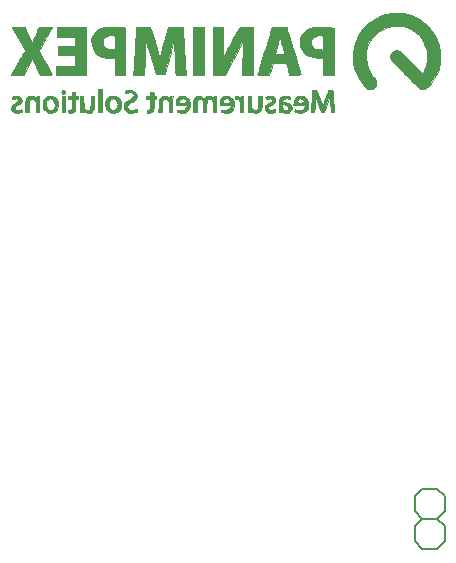
<source format=gbr>
G04 #@! TF.GenerationSoftware,KiCad,Pcbnew,(5.1.6)-1*
G04 #@! TF.CreationDate,2021-03-08T10:10:15+01:00*
G04 #@! TF.ProjectId,P_sensor v10.0,505f7365-6e73-46f7-9220-7631302e302e,rev?*
G04 #@! TF.SameCoordinates,Original*
G04 #@! TF.FileFunction,Legend,Bot*
G04 #@! TF.FilePolarity,Positive*
%FSLAX46Y46*%
G04 Gerber Fmt 4.6, Leading zero omitted, Abs format (unit mm)*
G04 Created by KiCad (PCBNEW (5.1.6)-1) date 2021-03-08 10:10:15*
%MOMM*%
%LPD*%
G01*
G04 APERTURE LIST*
%ADD10C,0.010000*%
%ADD11C,0.152400*%
G04 APERTURE END LIST*
D10*
G36*
X178871666Y-66063966D02*
G01*
X178709710Y-66144684D01*
X178582006Y-66281976D01*
X178495930Y-66470849D01*
X178463742Y-66637221D01*
X178442990Y-66838286D01*
X179396572Y-66838286D01*
X179396572Y-66924107D01*
X179363824Y-67053999D01*
X179273804Y-67157029D01*
X179138848Y-67226865D01*
X178971291Y-67257171D01*
X178783470Y-67241615D01*
X178779743Y-67240825D01*
X178672226Y-67219696D01*
X178599133Y-67208987D01*
X178579953Y-67209462D01*
X178566759Y-67247953D01*
X178549329Y-67314856D01*
X178541453Y-67375014D01*
X178565742Y-67410800D01*
X178638308Y-67438107D01*
X178687292Y-67450928D01*
X178893937Y-67483087D01*
X179104254Y-67482348D01*
X179266171Y-67453646D01*
X179428708Y-67368925D01*
X179557925Y-67228705D01*
X179646016Y-67045425D01*
X179685176Y-66831526D01*
X179686453Y-66783857D01*
X179662014Y-66572430D01*
X179388796Y-66572430D01*
X179354854Y-66602638D01*
X179268763Y-66616606D01*
X179121546Y-66620467D01*
X179070000Y-66620572D01*
X178915028Y-66619449D01*
X178818752Y-66613947D01*
X178767311Y-66600868D01*
X178746838Y-66577011D01*
X178743429Y-66545209D01*
X178771964Y-66463853D01*
X178842187Y-66373542D01*
X178931027Y-66297486D01*
X179015409Y-66258896D01*
X179029216Y-66257715D01*
X179174009Y-66291582D01*
X179295980Y-66383546D01*
X179336146Y-66438762D01*
X179379568Y-66519849D01*
X179388796Y-66572430D01*
X179662014Y-66572430D01*
X179658345Y-66540689D01*
X179575469Y-66341055D01*
X179439997Y-66188551D01*
X179268834Y-66092219D01*
X179060499Y-66044813D01*
X178871666Y-66063966D01*
G37*
X178871666Y-66063966D02*
X178709710Y-66144684D01*
X178582006Y-66281976D01*
X178495930Y-66470849D01*
X178463742Y-66637221D01*
X178442990Y-66838286D01*
X179396572Y-66838286D01*
X179396572Y-66924107D01*
X179363824Y-67053999D01*
X179273804Y-67157029D01*
X179138848Y-67226865D01*
X178971291Y-67257171D01*
X178783470Y-67241615D01*
X178779743Y-67240825D01*
X178672226Y-67219696D01*
X178599133Y-67208987D01*
X178579953Y-67209462D01*
X178566759Y-67247953D01*
X178549329Y-67314856D01*
X178541453Y-67375014D01*
X178565742Y-67410800D01*
X178638308Y-67438107D01*
X178687292Y-67450928D01*
X178893937Y-67483087D01*
X179104254Y-67482348D01*
X179266171Y-67453646D01*
X179428708Y-67368925D01*
X179557925Y-67228705D01*
X179646016Y-67045425D01*
X179685176Y-66831526D01*
X179686453Y-66783857D01*
X179662014Y-66572430D01*
X179388796Y-66572430D01*
X179354854Y-66602638D01*
X179268763Y-66616606D01*
X179121546Y-66620467D01*
X179070000Y-66620572D01*
X178915028Y-66619449D01*
X178818752Y-66613947D01*
X178767311Y-66600868D01*
X178746838Y-66577011D01*
X178743429Y-66545209D01*
X178771964Y-66463853D01*
X178842187Y-66373542D01*
X178931027Y-66297486D01*
X179015409Y-66258896D01*
X179029216Y-66257715D01*
X179174009Y-66291582D01*
X179295980Y-66383546D01*
X179336146Y-66438762D01*
X179379568Y-66519849D01*
X179388796Y-66572430D01*
X179662014Y-66572430D01*
X179658345Y-66540689D01*
X179575469Y-66341055D01*
X179439997Y-66188551D01*
X179268834Y-66092219D01*
X179060499Y-66044813D01*
X178871666Y-66063966D01*
G36*
X177650939Y-66055618D02*
G01*
X177489944Y-66091989D01*
X177420279Y-66126540D01*
X177351327Y-66180757D01*
X177300293Y-66247708D01*
X177264165Y-66338968D01*
X177239935Y-66466108D01*
X177224592Y-66640702D01*
X177215125Y-66874322D01*
X177213904Y-66919929D01*
X177200289Y-67455143D01*
X177314834Y-67455143D01*
X177407533Y-67438425D01*
X177450315Y-67400586D01*
X177472975Y-67370230D01*
X177516934Y-67377770D01*
X177590268Y-67418593D01*
X177732993Y-67472317D01*
X177900727Y-67488364D01*
X178054785Y-67463640D01*
X178072143Y-67457126D01*
X178193296Y-67371597D01*
X178270371Y-67242980D01*
X178295644Y-67102002D01*
X178005425Y-67102002D01*
X177968465Y-67180188D01*
X177881373Y-67255646D01*
X177768893Y-67271296D01*
X177647424Y-67226664D01*
X177598883Y-67190874D01*
X177527784Y-67104172D01*
X177489987Y-66983698D01*
X177482664Y-66931383D01*
X177462753Y-66754732D01*
X177620776Y-66780001D01*
X177807680Y-66828090D01*
X177936673Y-66900760D01*
X178003880Y-66993551D01*
X178005425Y-67102002D01*
X178295644Y-67102002D01*
X178297857Y-67089662D01*
X178270241Y-66930031D01*
X178246400Y-66875806D01*
X178141467Y-66741413D01*
X177986427Y-66650497D01*
X177775866Y-66600219D01*
X177707622Y-66593149D01*
X177588102Y-66582461D01*
X177503713Y-66572826D01*
X177473429Y-66566590D01*
X177484028Y-66530860D01*
X177509773Y-66454588D01*
X177512070Y-66447985D01*
X177584041Y-66337261D01*
X177701340Y-66280226D01*
X177859654Y-66277634D01*
X178054667Y-66330238D01*
X178094881Y-66346270D01*
X178144129Y-66337286D01*
X178178358Y-66283769D01*
X178189235Y-66213448D01*
X178168430Y-66154052D01*
X178155890Y-66143218D01*
X178011118Y-66081849D01*
X177833733Y-66052444D01*
X177650939Y-66055618D01*
G37*
X177650939Y-66055618D02*
X177489944Y-66091989D01*
X177420279Y-66126540D01*
X177351327Y-66180757D01*
X177300293Y-66247708D01*
X177264165Y-66338968D01*
X177239935Y-66466108D01*
X177224592Y-66640702D01*
X177215125Y-66874322D01*
X177213904Y-66919929D01*
X177200289Y-67455143D01*
X177314834Y-67455143D01*
X177407533Y-67438425D01*
X177450315Y-67400586D01*
X177472975Y-67370230D01*
X177516934Y-67377770D01*
X177590268Y-67418593D01*
X177732993Y-67472317D01*
X177900727Y-67488364D01*
X178054785Y-67463640D01*
X178072143Y-67457126D01*
X178193296Y-67371597D01*
X178270371Y-67242980D01*
X178295644Y-67102002D01*
X178005425Y-67102002D01*
X177968465Y-67180188D01*
X177881373Y-67255646D01*
X177768893Y-67271296D01*
X177647424Y-67226664D01*
X177598883Y-67190874D01*
X177527784Y-67104172D01*
X177489987Y-66983698D01*
X177482664Y-66931383D01*
X177462753Y-66754732D01*
X177620776Y-66780001D01*
X177807680Y-66828090D01*
X177936673Y-66900760D01*
X178003880Y-66993551D01*
X178005425Y-67102002D01*
X178295644Y-67102002D01*
X178297857Y-67089662D01*
X178270241Y-66930031D01*
X178246400Y-66875806D01*
X178141467Y-66741413D01*
X177986427Y-66650497D01*
X177775866Y-66600219D01*
X177707622Y-66593149D01*
X177588102Y-66582461D01*
X177503713Y-66572826D01*
X177473429Y-66566590D01*
X177484028Y-66530860D01*
X177509773Y-66454588D01*
X177512070Y-66447985D01*
X177584041Y-66337261D01*
X177701340Y-66280226D01*
X177859654Y-66277634D01*
X178054667Y-66330238D01*
X178094881Y-66346270D01*
X178144129Y-66337286D01*
X178178358Y-66283769D01*
X178189235Y-66213448D01*
X178168430Y-66154052D01*
X178155890Y-66143218D01*
X178011118Y-66081849D01*
X177833733Y-66052444D01*
X177650939Y-66055618D01*
G36*
X176306826Y-66054540D02*
G01*
X176171723Y-66080364D01*
X176098264Y-66112790D01*
X176075574Y-66161166D01*
X176092778Y-66234835D01*
X176093812Y-66237574D01*
X176132897Y-66307918D01*
X176186630Y-66321299D01*
X176213147Y-66315333D01*
X176352061Y-66279693D01*
X176443971Y-66269540D01*
X176509937Y-66285182D01*
X176563180Y-66320474D01*
X176624515Y-66395175D01*
X176620039Y-66469865D01*
X176547859Y-66547821D01*
X176406082Y-66632323D01*
X176373979Y-66648026D01*
X176222914Y-66725823D01*
X176126318Y-66794377D01*
X176070225Y-66868602D01*
X176040674Y-66963417D01*
X176032896Y-67012386D01*
X176042192Y-67182676D01*
X176114233Y-67324971D01*
X176242710Y-67427225D01*
X176252671Y-67432107D01*
X176396914Y-67473585D01*
X176573428Y-67486867D01*
X176747218Y-67470994D01*
X176833043Y-67448026D01*
X176904147Y-67412078D01*
X176922694Y-67358774D01*
X176914308Y-67299323D01*
X176895261Y-67218108D01*
X176880146Y-67176352D01*
X176879908Y-67176098D01*
X176842188Y-67180897D01*
X176763329Y-67207883D01*
X176736309Y-67218810D01*
X176573535Y-67267296D01*
X176449893Y-67258599D01*
X176369423Y-67204136D01*
X176315540Y-67114003D01*
X176326115Y-67029006D01*
X176403630Y-66944537D01*
X176550568Y-66855986D01*
X176559265Y-66851626D01*
X176715671Y-66766327D01*
X176814964Y-66689031D01*
X176869090Y-66605420D01*
X176889989Y-66501178D01*
X176891703Y-66453108D01*
X176861338Y-66292385D01*
X176773529Y-66166949D01*
X176637298Y-66082947D01*
X176461667Y-66046528D01*
X176306826Y-66054540D01*
G37*
X176306826Y-66054540D02*
X176171723Y-66080364D01*
X176098264Y-66112790D01*
X176075574Y-66161166D01*
X176092778Y-66234835D01*
X176093812Y-66237574D01*
X176132897Y-66307918D01*
X176186630Y-66321299D01*
X176213147Y-66315333D01*
X176352061Y-66279693D01*
X176443971Y-66269540D01*
X176509937Y-66285182D01*
X176563180Y-66320474D01*
X176624515Y-66395175D01*
X176620039Y-66469865D01*
X176547859Y-66547821D01*
X176406082Y-66632323D01*
X176373979Y-66648026D01*
X176222914Y-66725823D01*
X176126318Y-66794377D01*
X176070225Y-66868602D01*
X176040674Y-66963417D01*
X176032896Y-67012386D01*
X176042192Y-67182676D01*
X176114233Y-67324971D01*
X176242710Y-67427225D01*
X176252671Y-67432107D01*
X176396914Y-67473585D01*
X176573428Y-67486867D01*
X176747218Y-67470994D01*
X176833043Y-67448026D01*
X176904147Y-67412078D01*
X176922694Y-67358774D01*
X176914308Y-67299323D01*
X176895261Y-67218108D01*
X176880146Y-67176352D01*
X176879908Y-67176098D01*
X176842188Y-67180897D01*
X176763329Y-67207883D01*
X176736309Y-67218810D01*
X176573535Y-67267296D01*
X176449893Y-67258599D01*
X176369423Y-67204136D01*
X176315540Y-67114003D01*
X176326115Y-67029006D01*
X176403630Y-66944537D01*
X176550568Y-66855986D01*
X176559265Y-66851626D01*
X176715671Y-66766327D01*
X176814964Y-66689031D01*
X176869090Y-66605420D01*
X176889989Y-66501178D01*
X176891703Y-66453108D01*
X176861338Y-66292385D01*
X176773529Y-66166949D01*
X176637298Y-66082947D01*
X176461667Y-66046528D01*
X176306826Y-66054540D01*
G36*
X175477658Y-66520786D02*
G01*
X175473021Y-66767049D01*
X175456856Y-66950137D01*
X175425677Y-67079001D01*
X175375996Y-67162592D01*
X175304327Y-67209858D01*
X175207183Y-67229751D01*
X175201285Y-67230210D01*
X175094919Y-67229054D01*
X175021795Y-67195362D01*
X174956356Y-67127640D01*
X174917174Y-67077823D01*
X174890498Y-67028510D01*
X174873928Y-66965066D01*
X174865064Y-66872853D01*
X174861507Y-66737238D01*
X174860858Y-66545216D01*
X174860858Y-66076286D01*
X174570572Y-66076286D01*
X174570572Y-67455143D01*
X174697572Y-67455143D01*
X174784940Y-67447139D01*
X174820258Y-67415595D01*
X174824572Y-67381485D01*
X174827872Y-67335550D01*
X174849380Y-67330891D01*
X174906506Y-67368476D01*
X174932305Y-67387478D01*
X175048853Y-67442826D01*
X175200215Y-67475264D01*
X175355576Y-67481491D01*
X175484118Y-67458207D01*
X175505575Y-67448879D01*
X175577892Y-67391113D01*
X175652748Y-67300918D01*
X175667163Y-67278882D01*
X175698814Y-67220276D01*
X175721632Y-67154088D01*
X175737580Y-67066510D01*
X175748619Y-66943737D01*
X175756711Y-66771961D01*
X175761722Y-66613429D01*
X175776981Y-66076286D01*
X175477715Y-66076286D01*
X175477658Y-66520786D01*
G37*
X175477658Y-66520786D02*
X175473021Y-66767049D01*
X175456856Y-66950137D01*
X175425677Y-67079001D01*
X175375996Y-67162592D01*
X175304327Y-67209858D01*
X175207183Y-67229751D01*
X175201285Y-67230210D01*
X175094919Y-67229054D01*
X175021795Y-67195362D01*
X174956356Y-67127640D01*
X174917174Y-67077823D01*
X174890498Y-67028510D01*
X174873928Y-66965066D01*
X174865064Y-66872853D01*
X174861507Y-66737238D01*
X174860858Y-66545216D01*
X174860858Y-66076286D01*
X174570572Y-66076286D01*
X174570572Y-67455143D01*
X174697572Y-67455143D01*
X174784940Y-67447139D01*
X174820258Y-67415595D01*
X174824572Y-67381485D01*
X174827872Y-67335550D01*
X174849380Y-67330891D01*
X174906506Y-67368476D01*
X174932305Y-67387478D01*
X175048853Y-67442826D01*
X175200215Y-67475264D01*
X175355576Y-67481491D01*
X175484118Y-67458207D01*
X175505575Y-67448879D01*
X175577892Y-67391113D01*
X175652748Y-67300918D01*
X175667163Y-67278882D01*
X175698814Y-67220276D01*
X175721632Y-67154088D01*
X175737580Y-67066510D01*
X175748619Y-66943737D01*
X175756711Y-66771961D01*
X175761722Y-66613429D01*
X175776981Y-66076286D01*
X175477715Y-66076286D01*
X175477658Y-66520786D01*
G36*
X172484555Y-66108422D02*
G01*
X172348600Y-66222603D01*
X172258532Y-66391261D01*
X172218287Y-66606785D01*
X172203546Y-66838286D01*
X173160319Y-66838286D01*
X173135953Y-66919929D01*
X173054189Y-67090382D01*
X172929643Y-67202911D01*
X172765382Y-67255843D01*
X172564478Y-67247504D01*
X172542742Y-67243288D01*
X172409191Y-67220302D01*
X172331027Y-67223004D01*
X172294182Y-67256041D01*
X172284588Y-67324063D01*
X172284572Y-67328579D01*
X172299760Y-67391824D01*
X172357692Y-67432551D01*
X172420643Y-67453235D01*
X172654769Y-67490023D01*
X172884551Y-67474810D01*
X173084091Y-67409786D01*
X173242569Y-67298022D01*
X173346463Y-67147010D01*
X173399327Y-66950082D01*
X173408035Y-66802000D01*
X173381369Y-66554926D01*
X173380663Y-66553048D01*
X173137355Y-66553048D01*
X173116239Y-66592721D01*
X173038457Y-66612932D01*
X172897663Y-66619996D01*
X172803384Y-66620572D01*
X172458133Y-66620572D01*
X172481576Y-66520786D01*
X172525403Y-66426546D01*
X172598660Y-66337488D01*
X172600712Y-66335640D01*
X172719657Y-66273160D01*
X172851481Y-66272864D01*
X172976174Y-66332244D01*
X173034965Y-66390051D01*
X173108149Y-66487596D01*
X173137355Y-66553048D01*
X173380663Y-66553048D01*
X173304447Y-66350518D01*
X173181206Y-66194336D01*
X173015584Y-66091940D01*
X172879502Y-66055679D01*
X172662741Y-66051765D01*
X172484555Y-66108422D01*
G37*
X172484555Y-66108422D02*
X172348600Y-66222603D01*
X172258532Y-66391261D01*
X172218287Y-66606785D01*
X172203546Y-66838286D01*
X173160319Y-66838286D01*
X173135953Y-66919929D01*
X173054189Y-67090382D01*
X172929643Y-67202911D01*
X172765382Y-67255843D01*
X172564478Y-67247504D01*
X172542742Y-67243288D01*
X172409191Y-67220302D01*
X172331027Y-67223004D01*
X172294182Y-67256041D01*
X172284588Y-67324063D01*
X172284572Y-67328579D01*
X172299760Y-67391824D01*
X172357692Y-67432551D01*
X172420643Y-67453235D01*
X172654769Y-67490023D01*
X172884551Y-67474810D01*
X173084091Y-67409786D01*
X173242569Y-67298022D01*
X173346463Y-67147010D01*
X173399327Y-66950082D01*
X173408035Y-66802000D01*
X173381369Y-66554926D01*
X173380663Y-66553048D01*
X173137355Y-66553048D01*
X173116239Y-66592721D01*
X173038457Y-66612932D01*
X172897663Y-66619996D01*
X172803384Y-66620572D01*
X172458133Y-66620572D01*
X172481576Y-66520786D01*
X172525403Y-66426546D01*
X172598660Y-66337488D01*
X172600712Y-66335640D01*
X172719657Y-66273160D01*
X172851481Y-66272864D01*
X172976174Y-66332244D01*
X173034965Y-66390051D01*
X173108149Y-66487596D01*
X173137355Y-66553048D01*
X173380663Y-66553048D01*
X173304447Y-66350518D01*
X173181206Y-66194336D01*
X173015584Y-66091940D01*
X172879502Y-66055679D01*
X172662741Y-66051765D01*
X172484555Y-66108422D01*
G36*
X168953681Y-66054700D02*
G01*
X168786471Y-66107026D01*
X168644183Y-66209065D01*
X168549324Y-66343923D01*
X168497263Y-66496831D01*
X168474683Y-66658153D01*
X168474572Y-66668314D01*
X168474572Y-66838286D01*
X168946286Y-66838286D01*
X169149037Y-66839239D01*
X169288324Y-66844886D01*
X169373254Y-66859407D01*
X169412933Y-66886984D01*
X169416466Y-66931797D01*
X169392961Y-66998028D01*
X169376122Y-67035641D01*
X169284913Y-67153387D01*
X169145781Y-67230549D01*
X168974112Y-67262017D01*
X168785296Y-67242678D01*
X168766972Y-67237998D01*
X168664555Y-67211916D01*
X168610984Y-67211477D01*
X168584610Y-67245098D01*
X168564957Y-67316535D01*
X168556191Y-67381011D01*
X168583295Y-67418194D01*
X168662684Y-67447472D01*
X168679936Y-67452330D01*
X168916602Y-67489859D01*
X169147443Y-67474799D01*
X169346519Y-67409786D01*
X169512809Y-67288177D01*
X169628619Y-67123872D01*
X169691392Y-66928674D01*
X169698568Y-66714386D01*
X169670724Y-66593357D01*
X169417865Y-66593357D01*
X169384282Y-66605090D01*
X169293947Y-66614283D01*
X169162666Y-66619678D01*
X169075819Y-66620572D01*
X168733638Y-66620572D01*
X168767258Y-66502643D01*
X168835217Y-66374322D01*
X168942751Y-66291385D01*
X169071872Y-66263048D01*
X169184902Y-66288655D01*
X169253135Y-66340359D01*
X169327939Y-66424978D01*
X169389408Y-66516473D01*
X169417636Y-66588807D01*
X169417865Y-66593357D01*
X169670724Y-66593357D01*
X169647592Y-66492811D01*
X169577744Y-66342843D01*
X169457844Y-66196159D01*
X169304067Y-66099251D01*
X169131113Y-66052103D01*
X168953681Y-66054700D01*
G37*
X168953681Y-66054700D02*
X168786471Y-66107026D01*
X168644183Y-66209065D01*
X168549324Y-66343923D01*
X168497263Y-66496831D01*
X168474683Y-66658153D01*
X168474572Y-66668314D01*
X168474572Y-66838286D01*
X168946286Y-66838286D01*
X169149037Y-66839239D01*
X169288324Y-66844886D01*
X169373254Y-66859407D01*
X169412933Y-66886984D01*
X169416466Y-66931797D01*
X169392961Y-66998028D01*
X169376122Y-67035641D01*
X169284913Y-67153387D01*
X169145781Y-67230549D01*
X168974112Y-67262017D01*
X168785296Y-67242678D01*
X168766972Y-67237998D01*
X168664555Y-67211916D01*
X168610984Y-67211477D01*
X168584610Y-67245098D01*
X168564957Y-67316535D01*
X168556191Y-67381011D01*
X168583295Y-67418194D01*
X168662684Y-67447472D01*
X168679936Y-67452330D01*
X168916602Y-67489859D01*
X169147443Y-67474799D01*
X169346519Y-67409786D01*
X169512809Y-67288177D01*
X169628619Y-67123872D01*
X169691392Y-66928674D01*
X169698568Y-66714386D01*
X169670724Y-66593357D01*
X169417865Y-66593357D01*
X169384282Y-66605090D01*
X169293947Y-66614283D01*
X169162666Y-66619678D01*
X169075819Y-66620572D01*
X168733638Y-66620572D01*
X168767258Y-66502643D01*
X168835217Y-66374322D01*
X168942751Y-66291385D01*
X169071872Y-66263048D01*
X169184902Y-66288655D01*
X169253135Y-66340359D01*
X169327939Y-66424978D01*
X169389408Y-66516473D01*
X169417636Y-66588807D01*
X169417865Y-66593357D01*
X169670724Y-66593357D01*
X169647592Y-66492811D01*
X169577744Y-66342843D01*
X169457844Y-66196159D01*
X169304067Y-66099251D01*
X169131113Y-66052103D01*
X168953681Y-66054700D01*
G36*
X166340726Y-65725895D02*
G01*
X166334219Y-65814363D01*
X166333715Y-65872832D01*
X166333715Y-66076286D01*
X166152286Y-66076286D01*
X166044885Y-66078664D01*
X165991328Y-66093287D01*
X165972895Y-66131387D01*
X165970858Y-66185143D01*
X165974821Y-66249584D01*
X165999193Y-66281718D01*
X166062692Y-66292778D01*
X166152286Y-66294000D01*
X166333715Y-66294000D01*
X166333715Y-66695529D01*
X166330793Y-66906220D01*
X166319428Y-67054881D01*
X166295722Y-67151911D01*
X166255776Y-67207708D01*
X166195693Y-67232671D01*
X166130568Y-67237429D01*
X166045597Y-67242363D01*
X166013024Y-67270718D01*
X166012738Y-67342824D01*
X166013916Y-67355357D01*
X166026100Y-67428284D01*
X166058132Y-67464127D01*
X166131169Y-67478204D01*
X166188572Y-67481809D01*
X166315086Y-67475156D01*
X166425682Y-67447680D01*
X166447341Y-67437547D01*
X166526428Y-67377983D01*
X166570791Y-67320167D01*
X166582476Y-67260948D01*
X166594510Y-67145014D01*
X166605593Y-66988200D01*
X166614424Y-66806345D01*
X166615583Y-66774786D01*
X166622771Y-66580422D01*
X166629977Y-66447089D01*
X166639674Y-66363285D01*
X166654331Y-66317511D01*
X166676422Y-66298267D01*
X166708418Y-66294053D01*
X166718918Y-66294000D01*
X166780965Y-66281376D01*
X166803570Y-66229168D01*
X166805429Y-66185143D01*
X166795666Y-66107346D01*
X166754163Y-66078886D01*
X166714715Y-66076286D01*
X166658233Y-66069295D01*
X166631808Y-66035222D01*
X166624258Y-65954421D01*
X166624000Y-65916934D01*
X166618505Y-65814649D01*
X166594825Y-65762164D01*
X166542170Y-65737085D01*
X166536657Y-65735660D01*
X166443551Y-65709209D01*
X166391514Y-65691559D01*
X166358329Y-65689649D01*
X166340726Y-65725895D01*
G37*
X166340726Y-65725895D02*
X166334219Y-65814363D01*
X166333715Y-65872832D01*
X166333715Y-66076286D01*
X166152286Y-66076286D01*
X166044885Y-66078664D01*
X165991328Y-66093287D01*
X165972895Y-66131387D01*
X165970858Y-66185143D01*
X165974821Y-66249584D01*
X165999193Y-66281718D01*
X166062692Y-66292778D01*
X166152286Y-66294000D01*
X166333715Y-66294000D01*
X166333715Y-66695529D01*
X166330793Y-66906220D01*
X166319428Y-67054881D01*
X166295722Y-67151911D01*
X166255776Y-67207708D01*
X166195693Y-67232671D01*
X166130568Y-67237429D01*
X166045597Y-67242363D01*
X166013024Y-67270718D01*
X166012738Y-67342824D01*
X166013916Y-67355357D01*
X166026100Y-67428284D01*
X166058132Y-67464127D01*
X166131169Y-67478204D01*
X166188572Y-67481809D01*
X166315086Y-67475156D01*
X166425682Y-67447680D01*
X166447341Y-67437547D01*
X166526428Y-67377983D01*
X166570791Y-67320167D01*
X166582476Y-67260948D01*
X166594510Y-67145014D01*
X166605593Y-66988200D01*
X166614424Y-66806345D01*
X166615583Y-66774786D01*
X166622771Y-66580422D01*
X166629977Y-66447089D01*
X166639674Y-66363285D01*
X166654331Y-66317511D01*
X166676422Y-66298267D01*
X166708418Y-66294053D01*
X166718918Y-66294000D01*
X166780965Y-66281376D01*
X166803570Y-66229168D01*
X166805429Y-66185143D01*
X166795666Y-66107346D01*
X166754163Y-66078886D01*
X166714715Y-66076286D01*
X166658233Y-66069295D01*
X166631808Y-66035222D01*
X166624258Y-65954421D01*
X166624000Y-65916934D01*
X166618505Y-65814649D01*
X166594825Y-65762164D01*
X166542170Y-65737085D01*
X166536657Y-65735660D01*
X166443551Y-65709209D01*
X166391514Y-65691559D01*
X166358329Y-65689649D01*
X166340726Y-65725895D01*
G36*
X164342024Y-65551465D02*
G01*
X164234248Y-65575427D01*
X164178483Y-65617444D01*
X164164564Y-65683647D01*
X164173391Y-65743690D01*
X164197553Y-65853696D01*
X164344910Y-65801705D01*
X164540288Y-65756940D01*
X164702577Y-65770141D01*
X164826373Y-65840142D01*
X164884958Y-65917993D01*
X164917612Y-66012495D01*
X164903136Y-66098125D01*
X164835755Y-66182426D01*
X164709696Y-66272939D01*
X164542514Y-66365325D01*
X164350671Y-66470983D01*
X164217765Y-66565523D01*
X164133932Y-66660918D01*
X164089310Y-66769142D01*
X164074035Y-66902168D01*
X164073633Y-66934508D01*
X164093056Y-67111968D01*
X164158308Y-67246656D01*
X164279865Y-67355091D01*
X164375027Y-67409786D01*
X164565970Y-67472550D01*
X164785746Y-67489338D01*
X165006199Y-67459106D01*
X165081858Y-67435954D01*
X165173114Y-67403709D01*
X165229503Y-67384979D01*
X165236763Y-67383118D01*
X165238713Y-67353423D01*
X165223572Y-67285884D01*
X165199788Y-67210587D01*
X165175810Y-67157617D01*
X165172056Y-67152698D01*
X165124899Y-67147297D01*
X165045489Y-67173917D01*
X165033400Y-67179913D01*
X164929475Y-67214362D01*
X164795464Y-67234902D01*
X164736154Y-67237429D01*
X164612415Y-67230181D01*
X164527699Y-67200502D01*
X164449225Y-67136489D01*
X164444066Y-67131363D01*
X164363622Y-67023312D01*
X164346165Y-66919357D01*
X164393701Y-66815980D01*
X164508232Y-66709665D01*
X164691764Y-66596894D01*
X164772246Y-66555460D01*
X164957847Y-66452275D01*
X165082351Y-66352432D01*
X165155571Y-66243842D01*
X165187322Y-66114414D01*
X165190715Y-66040000D01*
X165162035Y-65849599D01*
X165076510Y-65703890D01*
X164934913Y-65603444D01*
X164738019Y-65548832D01*
X164511976Y-65539425D01*
X164342024Y-65551465D01*
G37*
X164342024Y-65551465D02*
X164234248Y-65575427D01*
X164178483Y-65617444D01*
X164164564Y-65683647D01*
X164173391Y-65743690D01*
X164197553Y-65853696D01*
X164344910Y-65801705D01*
X164540288Y-65756940D01*
X164702577Y-65770141D01*
X164826373Y-65840142D01*
X164884958Y-65917993D01*
X164917612Y-66012495D01*
X164903136Y-66098125D01*
X164835755Y-66182426D01*
X164709696Y-66272939D01*
X164542514Y-66365325D01*
X164350671Y-66470983D01*
X164217765Y-66565523D01*
X164133932Y-66660918D01*
X164089310Y-66769142D01*
X164074035Y-66902168D01*
X164073633Y-66934508D01*
X164093056Y-67111968D01*
X164158308Y-67246656D01*
X164279865Y-67355091D01*
X164375027Y-67409786D01*
X164565970Y-67472550D01*
X164785746Y-67489338D01*
X165006199Y-67459106D01*
X165081858Y-67435954D01*
X165173114Y-67403709D01*
X165229503Y-67384979D01*
X165236763Y-67383118D01*
X165238713Y-67353423D01*
X165223572Y-67285884D01*
X165199788Y-67210587D01*
X165175810Y-67157617D01*
X165172056Y-67152698D01*
X165124899Y-67147297D01*
X165045489Y-67173917D01*
X165033400Y-67179913D01*
X164929475Y-67214362D01*
X164795464Y-67234902D01*
X164736154Y-67237429D01*
X164612415Y-67230181D01*
X164527699Y-67200502D01*
X164449225Y-67136489D01*
X164444066Y-67131363D01*
X164363622Y-67023312D01*
X164346165Y-66919357D01*
X164393701Y-66815980D01*
X164508232Y-66709665D01*
X164691764Y-66596894D01*
X164772246Y-66555460D01*
X164957847Y-66452275D01*
X165082351Y-66352432D01*
X165155571Y-66243842D01*
X165187322Y-66114414D01*
X165190715Y-66040000D01*
X165162035Y-65849599D01*
X165076510Y-65703890D01*
X164934913Y-65603444D01*
X164738019Y-65548832D01*
X164511976Y-65539425D01*
X164342024Y-65551465D01*
G36*
X162897137Y-66098784D02*
G01*
X162787334Y-66154126D01*
X162656266Y-66275200D01*
X162563879Y-66442302D01*
X162513228Y-66638236D01*
X162507367Y-66845805D01*
X162549349Y-67047813D01*
X162606445Y-67172651D01*
X162732494Y-67321569D01*
X162900893Y-67427842D01*
X163093133Y-67486026D01*
X163290709Y-67490678D01*
X163475110Y-67436355D01*
X163485286Y-67431135D01*
X163646394Y-67323132D01*
X163752524Y-67190279D01*
X163812513Y-67042474D01*
X163858840Y-66795384D01*
X163853171Y-66728051D01*
X163567077Y-66728051D01*
X163550888Y-66910149D01*
X163480387Y-67076309D01*
X163385086Y-67185414D01*
X163252553Y-67255190D01*
X163112806Y-67257848D01*
X162982528Y-67194791D01*
X162933172Y-67147361D01*
X162836637Y-66984394D01*
X162798555Y-66797886D01*
X162818794Y-66607129D01*
X162897225Y-66431414D01*
X162938392Y-66377046D01*
X163016726Y-66307792D01*
X163111834Y-66280254D01*
X163176720Y-66277507D01*
X163291671Y-66289272D01*
X163376337Y-66336355D01*
X163432002Y-66392308D01*
X163527824Y-66549082D01*
X163567077Y-66728051D01*
X163853171Y-66728051D01*
X163840435Y-66576815D01*
X163756035Y-66380104D01*
X163664351Y-66259876D01*
X163503062Y-66132392D01*
X163310567Y-66061739D01*
X163103161Y-66049881D01*
X162897137Y-66098784D01*
G37*
X162897137Y-66098784D02*
X162787334Y-66154126D01*
X162656266Y-66275200D01*
X162563879Y-66442302D01*
X162513228Y-66638236D01*
X162507367Y-66845805D01*
X162549349Y-67047813D01*
X162606445Y-67172651D01*
X162732494Y-67321569D01*
X162900893Y-67427842D01*
X163093133Y-67486026D01*
X163290709Y-67490678D01*
X163475110Y-67436355D01*
X163485286Y-67431135D01*
X163646394Y-67323132D01*
X163752524Y-67190279D01*
X163812513Y-67042474D01*
X163858840Y-66795384D01*
X163853171Y-66728051D01*
X163567077Y-66728051D01*
X163550888Y-66910149D01*
X163480387Y-67076309D01*
X163385086Y-67185414D01*
X163252553Y-67255190D01*
X163112806Y-67257848D01*
X162982528Y-67194791D01*
X162933172Y-67147361D01*
X162836637Y-66984394D01*
X162798555Y-66797886D01*
X162818794Y-66607129D01*
X162897225Y-66431414D01*
X162938392Y-66377046D01*
X163016726Y-66307792D01*
X163111834Y-66280254D01*
X163176720Y-66277507D01*
X163291671Y-66289272D01*
X163376337Y-66336355D01*
X163432002Y-66392308D01*
X163527824Y-66549082D01*
X163567077Y-66728051D01*
X163853171Y-66728051D01*
X163840435Y-66576815D01*
X163756035Y-66380104D01*
X163664351Y-66259876D01*
X163503062Y-66132392D01*
X163310567Y-66061739D01*
X163103161Y-66049881D01*
X162897137Y-66098784D01*
G36*
X161283672Y-66580593D02*
G01*
X161274934Y-66816887D01*
X161259001Y-66990009D01*
X161232249Y-67109270D01*
X161191052Y-67183981D01*
X161131786Y-67223455D01*
X161050827Y-67237001D01*
X161027991Y-67237429D01*
X160903396Y-67223525D01*
X160810053Y-67176644D01*
X160744158Y-67089028D01*
X160701911Y-66952921D01*
X160679509Y-66760568D01*
X160673143Y-66513517D01*
X160673143Y-66076286D01*
X160419143Y-66076286D01*
X160418744Y-66629643D01*
X160417134Y-66834700D01*
X160412976Y-67024713D01*
X160406830Y-67182821D01*
X160399256Y-67292164D01*
X160395853Y-67319072D01*
X160384611Y-67407682D01*
X160401741Y-67445913D01*
X160463600Y-67454954D01*
X160500878Y-67455143D01*
X160593514Y-67444696D01*
X160638598Y-67405051D01*
X160649369Y-67374932D01*
X160670345Y-67294721D01*
X160762179Y-67380995D01*
X160890451Y-67456546D01*
X161050661Y-67488001D01*
X161216036Y-67473927D01*
X161359616Y-67413018D01*
X161437382Y-67348551D01*
X161494571Y-67269328D01*
X161534182Y-67163823D01*
X161559214Y-67020509D01*
X161572664Y-66827859D01*
X161577526Y-66575215D01*
X161580286Y-66076286D01*
X161295486Y-66076286D01*
X161283672Y-66580593D01*
G37*
X161283672Y-66580593D02*
X161274934Y-66816887D01*
X161259001Y-66990009D01*
X161232249Y-67109270D01*
X161191052Y-67183981D01*
X161131786Y-67223455D01*
X161050827Y-67237001D01*
X161027991Y-67237429D01*
X160903396Y-67223525D01*
X160810053Y-67176644D01*
X160744158Y-67089028D01*
X160701911Y-66952921D01*
X160679509Y-66760568D01*
X160673143Y-66513517D01*
X160673143Y-66076286D01*
X160419143Y-66076286D01*
X160418744Y-66629643D01*
X160417134Y-66834700D01*
X160412976Y-67024713D01*
X160406830Y-67182821D01*
X160399256Y-67292164D01*
X160395853Y-67319072D01*
X160384611Y-67407682D01*
X160401741Y-67445913D01*
X160463600Y-67454954D01*
X160500878Y-67455143D01*
X160593514Y-67444696D01*
X160638598Y-67405051D01*
X160649369Y-67374932D01*
X160670345Y-67294721D01*
X160762179Y-67380995D01*
X160890451Y-67456546D01*
X161050661Y-67488001D01*
X161216036Y-67473927D01*
X161359616Y-67413018D01*
X161437382Y-67348551D01*
X161494571Y-67269328D01*
X161534182Y-67163823D01*
X161559214Y-67020509D01*
X161572664Y-66827859D01*
X161577526Y-66575215D01*
X161580286Y-66076286D01*
X161295486Y-66076286D01*
X161283672Y-66580593D01*
G36*
X159704284Y-65706434D02*
G01*
X159694907Y-65768836D01*
X159693429Y-65874269D01*
X159693429Y-66076286D01*
X159530143Y-66076286D01*
X159429736Y-66079442D01*
X159382180Y-66097662D01*
X159367781Y-66144076D01*
X159366858Y-66185143D01*
X159371591Y-66252081D01*
X159398921Y-66283785D01*
X159468542Y-66293385D01*
X159530143Y-66294000D01*
X159693429Y-66294000D01*
X159693429Y-66722172D01*
X159691297Y-66925372D01*
X159681934Y-67067021D01*
X159660890Y-67158084D01*
X159623712Y-67209529D01*
X159565951Y-67232322D01*
X159484301Y-67237429D01*
X159402093Y-67243028D01*
X159371934Y-67274326D01*
X159373411Y-67353077D01*
X159373630Y-67355357D01*
X159385755Y-67428245D01*
X159417614Y-67463920D01*
X159490366Y-67477594D01*
X159548286Y-67480915D01*
X159668912Y-67478100D01*
X159771880Y-67461794D01*
X159794827Y-67454274D01*
X159868646Y-67402903D01*
X159922284Y-67312944D01*
X159957901Y-67176121D01*
X159977658Y-66984154D01*
X159983715Y-66730594D01*
X159983715Y-66294000D01*
X160092572Y-66294000D01*
X160169675Y-66285009D01*
X160198094Y-66242598D01*
X160201429Y-66185143D01*
X160192438Y-66108040D01*
X160150026Y-66079621D01*
X160092572Y-66076286D01*
X160025271Y-66071434D01*
X159993642Y-66043652D01*
X159984259Y-65973106D01*
X159983715Y-65915446D01*
X159975847Y-65806339D01*
X159948125Y-65751139D01*
X159920215Y-65736896D01*
X159832581Y-65712154D01*
X159775072Y-65695720D01*
X159728647Y-65687222D01*
X159704284Y-65706434D01*
G37*
X159704284Y-65706434D02*
X159694907Y-65768836D01*
X159693429Y-65874269D01*
X159693429Y-66076286D01*
X159530143Y-66076286D01*
X159429736Y-66079442D01*
X159382180Y-66097662D01*
X159367781Y-66144076D01*
X159366858Y-66185143D01*
X159371591Y-66252081D01*
X159398921Y-66283785D01*
X159468542Y-66293385D01*
X159530143Y-66294000D01*
X159693429Y-66294000D01*
X159693429Y-66722172D01*
X159691297Y-66925372D01*
X159681934Y-67067021D01*
X159660890Y-67158084D01*
X159623712Y-67209529D01*
X159565951Y-67232322D01*
X159484301Y-67237429D01*
X159402093Y-67243028D01*
X159371934Y-67274326D01*
X159373411Y-67353077D01*
X159373630Y-67355357D01*
X159385755Y-67428245D01*
X159417614Y-67463920D01*
X159490366Y-67477594D01*
X159548286Y-67480915D01*
X159668912Y-67478100D01*
X159771880Y-67461794D01*
X159794827Y-67454274D01*
X159868646Y-67402903D01*
X159922284Y-67312944D01*
X159957901Y-67176121D01*
X159977658Y-66984154D01*
X159983715Y-66730594D01*
X159983715Y-66294000D01*
X160092572Y-66294000D01*
X160169675Y-66285009D01*
X160198094Y-66242598D01*
X160201429Y-66185143D01*
X160192438Y-66108040D01*
X160150026Y-66079621D01*
X160092572Y-66076286D01*
X160025271Y-66071434D01*
X159993642Y-66043652D01*
X159984259Y-65973106D01*
X159983715Y-65915446D01*
X159975847Y-65806339D01*
X159948125Y-65751139D01*
X159920215Y-65736896D01*
X159832581Y-65712154D01*
X159775072Y-65695720D01*
X159728647Y-65687222D01*
X159704284Y-65706434D01*
G36*
X157646068Y-66076512D02*
G01*
X157479543Y-66158797D01*
X157340283Y-66294312D01*
X157283642Y-66384715D01*
X157227953Y-66551791D01*
X157207388Y-66751918D01*
X157222170Y-66954519D01*
X157272523Y-67129016D01*
X157278112Y-67140881D01*
X157390619Y-67293379D01*
X157549799Y-67405214D01*
X157739032Y-67471226D01*
X157941699Y-67486257D01*
X158141178Y-67445147D01*
X158191162Y-67424303D01*
X158356180Y-67309298D01*
X158473294Y-67146347D01*
X158538535Y-66945268D01*
X158547146Y-66735014D01*
X158266676Y-66735014D01*
X158252167Y-66922288D01*
X158170147Y-67090256D01*
X158115373Y-67153599D01*
X157984861Y-67248801D01*
X157854479Y-67271636D01*
X157721646Y-67222257D01*
X157664898Y-67180351D01*
X157559632Y-67047646D01*
X157502409Y-66880281D01*
X157494676Y-66699232D01*
X157537881Y-66525473D01*
X157611383Y-66404266D01*
X157733726Y-66304208D01*
X157867187Y-66270235D01*
X157999652Y-66299682D01*
X158119003Y-66389882D01*
X158212401Y-66536523D01*
X158266676Y-66735014D01*
X158547146Y-66735014D01*
X158547930Y-66715875D01*
X158529330Y-66588192D01*
X158457382Y-66393263D01*
X158338938Y-66239517D01*
X158186291Y-66128960D01*
X158011735Y-66063602D01*
X157827562Y-66045450D01*
X157646068Y-66076512D01*
G37*
X157646068Y-66076512D02*
X157479543Y-66158797D01*
X157340283Y-66294312D01*
X157283642Y-66384715D01*
X157227953Y-66551791D01*
X157207388Y-66751918D01*
X157222170Y-66954519D01*
X157272523Y-67129016D01*
X157278112Y-67140881D01*
X157390619Y-67293379D01*
X157549799Y-67405214D01*
X157739032Y-67471226D01*
X157941699Y-67486257D01*
X158141178Y-67445147D01*
X158191162Y-67424303D01*
X158356180Y-67309298D01*
X158473294Y-67146347D01*
X158538535Y-66945268D01*
X158547146Y-66735014D01*
X158266676Y-66735014D01*
X158252167Y-66922288D01*
X158170147Y-67090256D01*
X158115373Y-67153599D01*
X157984861Y-67248801D01*
X157854479Y-67271636D01*
X157721646Y-67222257D01*
X157664898Y-67180351D01*
X157559632Y-67047646D01*
X157502409Y-66880281D01*
X157494676Y-66699232D01*
X157537881Y-66525473D01*
X157611383Y-66404266D01*
X157733726Y-66304208D01*
X157867187Y-66270235D01*
X157999652Y-66299682D01*
X158119003Y-66389882D01*
X158212401Y-66536523D01*
X158266676Y-66735014D01*
X158547146Y-66735014D01*
X158547930Y-66715875D01*
X158529330Y-66588192D01*
X158457382Y-66393263D01*
X158338938Y-66239517D01*
X158186291Y-66128960D01*
X158011735Y-66063602D01*
X157827562Y-66045450D01*
X157646068Y-66076512D01*
G36*
X154727701Y-66079836D02*
G01*
X154637459Y-66135596D01*
X154615470Y-66214413D01*
X154645183Y-66287910D01*
X154678551Y-66315356D01*
X154739716Y-66313845D01*
X154824411Y-66291730D01*
X154928384Y-66267031D01*
X155000086Y-66273426D01*
X155067579Y-66309186D01*
X155142953Y-66379189D01*
X155152981Y-66450634D01*
X155095917Y-66526917D01*
X154970015Y-66611429D01*
X154890634Y-66652951D01*
X154750996Y-66727832D01*
X154662621Y-66792875D01*
X154608318Y-66862339D01*
X154588339Y-66903746D01*
X154553260Y-67064301D01*
X154580695Y-67208888D01*
X154661182Y-67330818D01*
X154785258Y-67423401D01*
X154943461Y-67479948D01*
X155126329Y-67493772D01*
X155324401Y-67458184D01*
X155357286Y-67447311D01*
X155435301Y-67418667D01*
X155474921Y-67401954D01*
X155475378Y-67401631D01*
X155471139Y-67366430D01*
X155448403Y-67290553D01*
X155445629Y-67282509D01*
X155416359Y-67210413D01*
X155381244Y-67189391D01*
X155313787Y-67209595D01*
X155283345Y-67222197D01*
X155118341Y-67268724D01*
X154984262Y-67254606D01*
X154902264Y-67207265D01*
X154837761Y-67127551D01*
X154841485Y-67046074D01*
X154914619Y-66960719D01*
X155058342Y-66869372D01*
X155103998Y-66846062D01*
X155242089Y-66771449D01*
X155328907Y-66705059D01*
X155382029Y-66632179D01*
X155396340Y-66601400D01*
X155429088Y-66445427D01*
X155399759Y-66304327D01*
X155318518Y-66186028D01*
X155195525Y-66098456D01*
X155040944Y-66049538D01*
X154864937Y-66047203D01*
X154727701Y-66079836D01*
G37*
X154727701Y-66079836D02*
X154637459Y-66135596D01*
X154615470Y-66214413D01*
X154645183Y-66287910D01*
X154678551Y-66315356D01*
X154739716Y-66313845D01*
X154824411Y-66291730D01*
X154928384Y-66267031D01*
X155000086Y-66273426D01*
X155067579Y-66309186D01*
X155142953Y-66379189D01*
X155152981Y-66450634D01*
X155095917Y-66526917D01*
X154970015Y-66611429D01*
X154890634Y-66652951D01*
X154750996Y-66727832D01*
X154662621Y-66792875D01*
X154608318Y-66862339D01*
X154588339Y-66903746D01*
X154553260Y-67064301D01*
X154580695Y-67208888D01*
X154661182Y-67330818D01*
X154785258Y-67423401D01*
X154943461Y-67479948D01*
X155126329Y-67493772D01*
X155324401Y-67458184D01*
X155357286Y-67447311D01*
X155435301Y-67418667D01*
X155474921Y-67401954D01*
X155475378Y-67401631D01*
X155471139Y-67366430D01*
X155448403Y-67290553D01*
X155445629Y-67282509D01*
X155416359Y-67210413D01*
X155381244Y-67189391D01*
X155313787Y-67209595D01*
X155283345Y-67222197D01*
X155118341Y-67268724D01*
X154984262Y-67254606D01*
X154902264Y-67207265D01*
X154837761Y-67127551D01*
X154841485Y-67046074D01*
X154914619Y-66960719D01*
X155058342Y-66869372D01*
X155103998Y-66846062D01*
X155242089Y-66771449D01*
X155328907Y-66705059D01*
X155382029Y-66632179D01*
X155396340Y-66601400D01*
X155429088Y-66445427D01*
X155399759Y-66304327D01*
X155318518Y-66186028D01*
X155195525Y-66098456D01*
X155040944Y-66049538D01*
X154864937Y-66047203D01*
X154727701Y-66079836D01*
G36*
X181487894Y-65536062D02*
G01*
X181450335Y-65553396D01*
X181415579Y-65591826D01*
X181379047Y-65659525D01*
X181336161Y-65764662D01*
X181282344Y-65915410D01*
X181213017Y-66119939D01*
X181142469Y-66330286D01*
X181077691Y-66523112D01*
X181020260Y-66693922D01*
X180974492Y-66829901D01*
X180944697Y-66918231D01*
X180935939Y-66944026D01*
X180918422Y-66931307D01*
X180882750Y-66860609D01*
X180833703Y-66742809D01*
X180776061Y-66588781D01*
X180760515Y-66544883D01*
X180689558Y-66343062D01*
X180615935Y-66134960D01*
X180548766Y-65946290D01*
X180500960Y-65813215D01*
X180399170Y-65532000D01*
X180224442Y-65532000D01*
X180119450Y-65534925D01*
X180067904Y-65550936D01*
X180050713Y-65590887D01*
X180048939Y-65631786D01*
X180046307Y-65696903D01*
X180039390Y-65822121D01*
X180028938Y-65995146D01*
X180015700Y-66203684D01*
X180000428Y-66435439D01*
X179995286Y-66511715D01*
X179975583Y-66798522D01*
X179960505Y-67020967D01*
X179950683Y-67187149D01*
X179946752Y-67305168D01*
X179949343Y-67383122D01*
X179959090Y-67429112D01*
X179976625Y-67451236D01*
X180002582Y-67457594D01*
X180037592Y-67456286D01*
X180068996Y-67455143D01*
X180158317Y-67443563D01*
X180210147Y-67415151D01*
X180212911Y-67409786D01*
X180219198Y-67360828D01*
X180227377Y-67251295D01*
X180236745Y-67093136D01*
X180246601Y-66898300D01*
X180256243Y-66678738D01*
X180257129Y-66656857D01*
X180285572Y-65949286D01*
X180555569Y-66702215D01*
X180825567Y-67455143D01*
X181050343Y-67455143D01*
X181289500Y-66728121D01*
X181528657Y-66001098D01*
X181550651Y-66265478D01*
X181561413Y-66409836D01*
X181573891Y-66600520D01*
X181586445Y-66811361D01*
X181596237Y-66992500D01*
X181619828Y-67455143D01*
X181907096Y-67455143D01*
X181886570Y-67282786D01*
X181877220Y-67187165D01*
X181864848Y-67036063D01*
X181850738Y-66846444D01*
X181836176Y-66635271D01*
X181828163Y-66511715D01*
X181813886Y-66293965D01*
X181799370Y-66086286D01*
X181785904Y-65906228D01*
X181774781Y-65771340D01*
X181770101Y-65722500D01*
X181749921Y-65532000D01*
X181589733Y-65532000D01*
X181532834Y-65531654D01*
X181487894Y-65536062D01*
G37*
X181487894Y-65536062D02*
X181450335Y-65553396D01*
X181415579Y-65591826D01*
X181379047Y-65659525D01*
X181336161Y-65764662D01*
X181282344Y-65915410D01*
X181213017Y-66119939D01*
X181142469Y-66330286D01*
X181077691Y-66523112D01*
X181020260Y-66693922D01*
X180974492Y-66829901D01*
X180944697Y-66918231D01*
X180935939Y-66944026D01*
X180918422Y-66931307D01*
X180882750Y-66860609D01*
X180833703Y-66742809D01*
X180776061Y-66588781D01*
X180760515Y-66544883D01*
X180689558Y-66343062D01*
X180615935Y-66134960D01*
X180548766Y-65946290D01*
X180500960Y-65813215D01*
X180399170Y-65532000D01*
X180224442Y-65532000D01*
X180119450Y-65534925D01*
X180067904Y-65550936D01*
X180050713Y-65590887D01*
X180048939Y-65631786D01*
X180046307Y-65696903D01*
X180039390Y-65822121D01*
X180028938Y-65995146D01*
X180015700Y-66203684D01*
X180000428Y-66435439D01*
X179995286Y-66511715D01*
X179975583Y-66798522D01*
X179960505Y-67020967D01*
X179950683Y-67187149D01*
X179946752Y-67305168D01*
X179949343Y-67383122D01*
X179959090Y-67429112D01*
X179976625Y-67451236D01*
X180002582Y-67457594D01*
X180037592Y-67456286D01*
X180068996Y-67455143D01*
X180158317Y-67443563D01*
X180210147Y-67415151D01*
X180212911Y-67409786D01*
X180219198Y-67360828D01*
X180227377Y-67251295D01*
X180236745Y-67093136D01*
X180246601Y-66898300D01*
X180256243Y-66678738D01*
X180257129Y-66656857D01*
X180285572Y-65949286D01*
X180555569Y-66702215D01*
X180825567Y-67455143D01*
X181050343Y-67455143D01*
X181289500Y-66728121D01*
X181528657Y-66001098D01*
X181550651Y-66265478D01*
X181561413Y-66409836D01*
X181573891Y-66600520D01*
X181586445Y-66811361D01*
X181596237Y-66992500D01*
X181619828Y-67455143D01*
X181907096Y-67455143D01*
X181886570Y-67282786D01*
X181877220Y-67187165D01*
X181864848Y-67036063D01*
X181850738Y-66846444D01*
X181836176Y-66635271D01*
X181828163Y-66511715D01*
X181813886Y-66293965D01*
X181799370Y-66086286D01*
X181785904Y-65906228D01*
X181774781Y-65771340D01*
X181770101Y-65722500D01*
X181749921Y-65532000D01*
X181589733Y-65532000D01*
X181532834Y-65531654D01*
X181487894Y-65536062D01*
G36*
X173548608Y-66048808D02*
G01*
X173524029Y-66088684D01*
X173518292Y-66179806D01*
X173518286Y-66185143D01*
X173522682Y-66278257D01*
X173545940Y-66319652D01*
X173603164Y-66330084D01*
X173623918Y-66330286D01*
X173731781Y-66359909D01*
X173823489Y-66441927D01*
X173862728Y-66492234D01*
X173889184Y-66542735D01*
X173905369Y-66608469D01*
X173913796Y-66704474D01*
X173916975Y-66845789D01*
X173917429Y-67004356D01*
X173917429Y-67455143D01*
X174207715Y-67455143D01*
X174207715Y-66076286D01*
X174080715Y-66076286D01*
X173993006Y-66084525D01*
X173957694Y-66116379D01*
X173953715Y-66147764D01*
X173949330Y-66188914D01*
X173925444Y-66193512D01*
X173865962Y-66159346D01*
X173821651Y-66129621D01*
X173719555Y-66073322D01*
X173625908Y-66042180D01*
X173603937Y-66040000D01*
X173548608Y-66048808D01*
G37*
X173548608Y-66048808D02*
X173524029Y-66088684D01*
X173518292Y-66179806D01*
X173518286Y-66185143D01*
X173522682Y-66278257D01*
X173545940Y-66319652D01*
X173603164Y-66330084D01*
X173623918Y-66330286D01*
X173731781Y-66359909D01*
X173823489Y-66441927D01*
X173862728Y-66492234D01*
X173889184Y-66542735D01*
X173905369Y-66608469D01*
X173913796Y-66704474D01*
X173916975Y-66845789D01*
X173917429Y-67004356D01*
X173917429Y-67455143D01*
X174207715Y-67455143D01*
X174207715Y-66076286D01*
X174080715Y-66076286D01*
X173993006Y-66084525D01*
X173957694Y-66116379D01*
X173953715Y-66147764D01*
X173949330Y-66188914D01*
X173925444Y-66193512D01*
X173865962Y-66159346D01*
X173821651Y-66129621D01*
X173719555Y-66073322D01*
X173625908Y-66042180D01*
X173603937Y-66040000D01*
X173548608Y-66048808D01*
G36*
X170308577Y-66065255D02*
G01*
X170232101Y-66093063D01*
X170137147Y-66147406D01*
X170066227Y-66226608D01*
X170016351Y-66340264D01*
X169984527Y-66497970D01*
X169967766Y-66709319D01*
X169963083Y-66956215D01*
X169962286Y-67455143D01*
X170252572Y-67455143D01*
X170252572Y-66970180D01*
X170253609Y-66769948D01*
X170257922Y-66628345D01*
X170267315Y-66531442D01*
X170283594Y-66465310D01*
X170308561Y-66416021D01*
X170327777Y-66389608D01*
X170429166Y-66310639D01*
X170547516Y-66296624D01*
X170666875Y-66347838D01*
X170707793Y-66383065D01*
X170743613Y-66422247D01*
X170768269Y-66464641D01*
X170783840Y-66523808D01*
X170792408Y-66613311D01*
X170796052Y-66746710D01*
X170796854Y-66937569D01*
X170796857Y-66963637D01*
X170796857Y-67455143D01*
X171087143Y-67455143D01*
X171087143Y-66970180D01*
X171088180Y-66769948D01*
X171092493Y-66628345D01*
X171101887Y-66531442D01*
X171118165Y-66465310D01*
X171143132Y-66416021D01*
X171162348Y-66389608D01*
X171259369Y-66313638D01*
X171370163Y-66298192D01*
X171479856Y-66337114D01*
X171573572Y-66424251D01*
X171636434Y-66553449D01*
X171645139Y-66589338D01*
X171654756Y-66673505D01*
X171662334Y-66808500D01*
X171666870Y-66972585D01*
X171667715Y-67078679D01*
X171667715Y-67455143D01*
X171921715Y-67455143D01*
X171921715Y-66076286D01*
X171794715Y-66076286D01*
X171707558Y-66084138D01*
X171672244Y-66115495D01*
X171667715Y-66151491D01*
X171667715Y-66226696D01*
X171573319Y-66152445D01*
X171434680Y-66079882D01*
X171276811Y-66052908D01*
X171121302Y-66070110D01*
X170989745Y-66130072D01*
X170924709Y-66194939D01*
X170870906Y-66271753D01*
X170788525Y-66196697D01*
X170632717Y-66085313D01*
X170477442Y-66042375D01*
X170308577Y-66065255D01*
G37*
X170308577Y-66065255D02*
X170232101Y-66093063D01*
X170137147Y-66147406D01*
X170066227Y-66226608D01*
X170016351Y-66340264D01*
X169984527Y-66497970D01*
X169967766Y-66709319D01*
X169963083Y-66956215D01*
X169962286Y-67455143D01*
X170252572Y-67455143D01*
X170252572Y-66970180D01*
X170253609Y-66769948D01*
X170257922Y-66628345D01*
X170267315Y-66531442D01*
X170283594Y-66465310D01*
X170308561Y-66416021D01*
X170327777Y-66389608D01*
X170429166Y-66310639D01*
X170547516Y-66296624D01*
X170666875Y-66347838D01*
X170707793Y-66383065D01*
X170743613Y-66422247D01*
X170768269Y-66464641D01*
X170783840Y-66523808D01*
X170792408Y-66613311D01*
X170796052Y-66746710D01*
X170796854Y-66937569D01*
X170796857Y-66963637D01*
X170796857Y-67455143D01*
X171087143Y-67455143D01*
X171087143Y-66970180D01*
X171088180Y-66769948D01*
X171092493Y-66628345D01*
X171101887Y-66531442D01*
X171118165Y-66465310D01*
X171143132Y-66416021D01*
X171162348Y-66389608D01*
X171259369Y-66313638D01*
X171370163Y-66298192D01*
X171479856Y-66337114D01*
X171573572Y-66424251D01*
X171636434Y-66553449D01*
X171645139Y-66589338D01*
X171654756Y-66673505D01*
X171662334Y-66808500D01*
X171666870Y-66972585D01*
X171667715Y-67078679D01*
X171667715Y-67455143D01*
X171921715Y-67455143D01*
X171921715Y-66076286D01*
X171794715Y-66076286D01*
X171707558Y-66084138D01*
X171672244Y-66115495D01*
X171667715Y-66151491D01*
X171667715Y-66226696D01*
X171573319Y-66152445D01*
X171434680Y-66079882D01*
X171276811Y-66052908D01*
X171121302Y-66070110D01*
X170989745Y-66130072D01*
X170924709Y-66194939D01*
X170870906Y-66271753D01*
X170788525Y-66196697D01*
X170632717Y-66085313D01*
X170477442Y-66042375D01*
X170308577Y-66065255D01*
G36*
X167362143Y-66068538D02*
G01*
X167213258Y-66141451D01*
X167124751Y-66231411D01*
X167092412Y-66281926D01*
X167069220Y-66337037D01*
X167053296Y-66409971D01*
X167042766Y-66513957D01*
X167035753Y-66662224D01*
X167030381Y-66867999D01*
X167029660Y-66901786D01*
X167018035Y-67455143D01*
X167313429Y-67455143D01*
X167313429Y-66963637D01*
X167314038Y-66765352D01*
X167317252Y-66626074D01*
X167325152Y-66532243D01*
X167339818Y-66470296D01*
X167363331Y-66426673D01*
X167397771Y-66387810D01*
X167402494Y-66383065D01*
X167521296Y-66307678D01*
X167649087Y-66297143D01*
X167769544Y-66348300D01*
X167866348Y-66457986D01*
X167875482Y-66474703D01*
X167902127Y-66552587D01*
X167919351Y-66671085D01*
X167928304Y-66841600D01*
X167930286Y-67017913D01*
X167930286Y-67455143D01*
X168184286Y-67455143D01*
X168184286Y-67043332D01*
X168186543Y-66840921D01*
X168192616Y-66630730D01*
X168201456Y-66443550D01*
X168207753Y-66353904D01*
X168231221Y-66076286D01*
X168098896Y-66076286D01*
X168010866Y-66082288D01*
X167973841Y-66110342D01*
X167966572Y-66170226D01*
X167966572Y-66264166D01*
X167856647Y-66171670D01*
X167702211Y-66082148D01*
X167531252Y-66048271D01*
X167362143Y-66068538D01*
G37*
X167362143Y-66068538D02*
X167213258Y-66141451D01*
X167124751Y-66231411D01*
X167092412Y-66281926D01*
X167069220Y-66337037D01*
X167053296Y-66409971D01*
X167042766Y-66513957D01*
X167035753Y-66662224D01*
X167030381Y-66867999D01*
X167029660Y-66901786D01*
X167018035Y-67455143D01*
X167313429Y-67455143D01*
X167313429Y-66963637D01*
X167314038Y-66765352D01*
X167317252Y-66626074D01*
X167325152Y-66532243D01*
X167339818Y-66470296D01*
X167363331Y-66426673D01*
X167397771Y-66387810D01*
X167402494Y-66383065D01*
X167521296Y-66307678D01*
X167649087Y-66297143D01*
X167769544Y-66348300D01*
X167866348Y-66457986D01*
X167875482Y-66474703D01*
X167902127Y-66552587D01*
X167919351Y-66671085D01*
X167928304Y-66841600D01*
X167930286Y-67017913D01*
X167930286Y-67455143D01*
X168184286Y-67455143D01*
X168184286Y-67043332D01*
X168186543Y-66840921D01*
X168192616Y-66630730D01*
X168201456Y-66443550D01*
X168207753Y-66353904D01*
X168231221Y-66076286D01*
X168098896Y-66076286D01*
X168010866Y-66082288D01*
X167973841Y-66110342D01*
X167966572Y-66170226D01*
X167966572Y-66264166D01*
X167856647Y-66171670D01*
X167702211Y-66082148D01*
X167531252Y-66048271D01*
X167362143Y-66068538D01*
G36*
X161943143Y-67455143D02*
G01*
X162233429Y-67455143D01*
X162233429Y-65459429D01*
X161943143Y-65459429D01*
X161943143Y-67455143D01*
G37*
X161943143Y-67455143D02*
X162233429Y-67455143D01*
X162233429Y-65459429D01*
X161943143Y-65459429D01*
X161943143Y-67455143D01*
G36*
X158822572Y-67455143D02*
G01*
X159112858Y-67455143D01*
X159112858Y-66076286D01*
X158822572Y-66076286D01*
X158822572Y-67455143D01*
G37*
X158822572Y-67455143D02*
X159112858Y-67455143D01*
X159112858Y-66076286D01*
X158822572Y-66076286D01*
X158822572Y-67455143D01*
G36*
X156057657Y-66074290D02*
G01*
X155913191Y-66169765D01*
X155812461Y-66308830D01*
X155781600Y-66382220D01*
X155760520Y-66462538D01*
X155747462Y-66565209D01*
X155740663Y-66705661D01*
X155738364Y-66899318D01*
X155738286Y-66958599D01*
X155738286Y-67455143D01*
X156023087Y-67455143D01*
X156034901Y-66943854D01*
X156040218Y-66740938D01*
X156046644Y-66597829D01*
X156056319Y-66501766D01*
X156071387Y-66439993D01*
X156093989Y-66399750D01*
X156126266Y-66368279D01*
X156132377Y-66363282D01*
X156259300Y-66302648D01*
X156395943Y-66309322D01*
X156525477Y-66381485D01*
X156566288Y-66418712D01*
X156594736Y-66457066D01*
X156613447Y-66509954D01*
X156625046Y-66590781D01*
X156632158Y-66712953D01*
X156637409Y-66889878D01*
X156639169Y-66962057D01*
X156651052Y-67455143D01*
X156935715Y-67455143D01*
X156935715Y-66076286D01*
X156808715Y-66076286D01*
X156723111Y-66082748D01*
X156688023Y-66113246D01*
X156681715Y-66173936D01*
X156677658Y-66238373D01*
X156658851Y-66238623D01*
X156636357Y-66211404D01*
X156559752Y-66148918D01*
X156441712Y-66091164D01*
X156312922Y-66050952D01*
X156225721Y-66040000D01*
X156057657Y-66074290D01*
G37*
X156057657Y-66074290D02*
X155913191Y-66169765D01*
X155812461Y-66308830D01*
X155781600Y-66382220D01*
X155760520Y-66462538D01*
X155747462Y-66565209D01*
X155740663Y-66705661D01*
X155738364Y-66899318D01*
X155738286Y-66958599D01*
X155738286Y-67455143D01*
X156023087Y-67455143D01*
X156034901Y-66943854D01*
X156040218Y-66740938D01*
X156046644Y-66597829D01*
X156056319Y-66501766D01*
X156071387Y-66439993D01*
X156093989Y-66399750D01*
X156126266Y-66368279D01*
X156132377Y-66363282D01*
X156259300Y-66302648D01*
X156395943Y-66309322D01*
X156525477Y-66381485D01*
X156566288Y-66418712D01*
X156594736Y-66457066D01*
X156613447Y-66509954D01*
X156625046Y-66590781D01*
X156632158Y-66712953D01*
X156637409Y-66889878D01*
X156639169Y-66962057D01*
X156651052Y-67455143D01*
X156935715Y-67455143D01*
X156935715Y-66076286D01*
X156808715Y-66076286D01*
X156723111Y-66082748D01*
X156688023Y-66113246D01*
X156681715Y-66173936D01*
X156677658Y-66238373D01*
X156658851Y-66238623D01*
X156636357Y-66211404D01*
X156559752Y-66148918D01*
X156441712Y-66091164D01*
X156312922Y-66050952D01*
X156225721Y-66040000D01*
X156057657Y-66074290D01*
G36*
X158888690Y-65561765D02*
G01*
X158821547Y-65631447D01*
X158786990Y-65711628D01*
X158786286Y-65722766D01*
X158817317Y-65805613D01*
X158891073Y-65871963D01*
X158967715Y-65894857D01*
X159047561Y-65870317D01*
X159092123Y-65837837D01*
X159138832Y-65763571D01*
X159149143Y-65716461D01*
X159119161Y-65636723D01*
X159048759Y-65565701D01*
X158967250Y-65532198D01*
X158961410Y-65532000D01*
X158888690Y-65561765D01*
G37*
X158888690Y-65561765D02*
X158821547Y-65631447D01*
X158786990Y-65711628D01*
X158786286Y-65722766D01*
X158817317Y-65805613D01*
X158891073Y-65871963D01*
X158967715Y-65894857D01*
X159047561Y-65870317D01*
X159092123Y-65837837D01*
X159138832Y-65763571D01*
X159149143Y-65716461D01*
X159119161Y-65636723D01*
X159048759Y-65565701D01*
X158967250Y-65532198D01*
X158961410Y-65532000D01*
X158888690Y-65561765D01*
G36*
X186932626Y-59056175D02*
G01*
X186742120Y-59060331D01*
X186592514Y-59068986D01*
X186467982Y-59083526D01*
X186352699Y-59105332D01*
X186230840Y-59135789D01*
X186218286Y-59139199D01*
X185752202Y-59297879D01*
X185325314Y-59510828D01*
X184927871Y-59783844D01*
X184550125Y-60122720D01*
X184531000Y-60142087D01*
X184193774Y-60533967D01*
X183922913Y-60955210D01*
X183718419Y-61405812D01*
X183580294Y-61885771D01*
X183508539Y-62395082D01*
X183497334Y-62709256D01*
X183526653Y-63220636D01*
X183615085Y-63695188D01*
X183765054Y-64141394D01*
X183978982Y-64567735D01*
X184070548Y-64715572D01*
X184263422Y-64993664D01*
X184439327Y-65206085D01*
X184603141Y-65356368D01*
X184759741Y-65448047D01*
X184914005Y-65484657D01*
X185070810Y-65469730D01*
X185100296Y-65461658D01*
X185277051Y-65374526D01*
X185404293Y-65239858D01*
X185475515Y-65068572D01*
X185484214Y-64871587D01*
X185477576Y-64828443D01*
X185438450Y-64731951D01*
X185353704Y-64597667D01*
X185230808Y-64437281D01*
X185216684Y-64420229D01*
X184956581Y-64059728D01*
X184766548Y-63684357D01*
X184644770Y-63289214D01*
X184589435Y-62869398D01*
X184585429Y-62714272D01*
X184616524Y-62281689D01*
X184711095Y-61882427D01*
X184871070Y-61511850D01*
X185098380Y-61165323D01*
X185346097Y-60886097D01*
X185681275Y-60596643D01*
X186039757Y-60375806D01*
X186422769Y-60223075D01*
X186831535Y-60137934D01*
X187179296Y-60118149D01*
X187615685Y-60154638D01*
X188027233Y-60257315D01*
X188409113Y-60422613D01*
X188756496Y-60646963D01*
X189064553Y-60926797D01*
X189328456Y-61258545D01*
X189543378Y-61638639D01*
X189671919Y-61960424D01*
X189707111Y-62075341D01*
X189730985Y-62184492D01*
X189745556Y-62306346D01*
X189752838Y-62459370D01*
X189754848Y-62662031D01*
X189754770Y-62719857D01*
X189752695Y-62934688D01*
X189746263Y-63096146D01*
X189733150Y-63223400D01*
X189711034Y-63335622D01*
X189677591Y-63451982D01*
X189659318Y-63507560D01*
X189599811Y-63667986D01*
X189531933Y-63826403D01*
X189469758Y-63950116D01*
X189466202Y-63956257D01*
X189367165Y-64125252D01*
X188400511Y-63163790D01*
X188146128Y-62911435D01*
X187937241Y-62706017D01*
X187768468Y-62542723D01*
X187634426Y-62416741D01*
X187529733Y-62323258D01*
X187449006Y-62257462D01*
X187386862Y-62214540D01*
X187337920Y-62189681D01*
X187298324Y-62178335D01*
X187098618Y-62175703D01*
X186920473Y-62235857D01*
X186776065Y-62351241D01*
X186677572Y-62514301D01*
X186657597Y-62575859D01*
X186639914Y-62647578D01*
X186630129Y-62712595D01*
X186632167Y-62776163D01*
X186649957Y-62843538D01*
X186687426Y-62919974D01*
X186748503Y-63010726D01*
X186837114Y-63121048D01*
X186957188Y-63256197D01*
X187112653Y-63421425D01*
X187307435Y-63621989D01*
X187545463Y-63863143D01*
X187830665Y-64150142D01*
X187845266Y-64164818D01*
X188086221Y-64406399D01*
X188314313Y-64633955D01*
X188523861Y-64841899D01*
X188709183Y-65024643D01*
X188864598Y-65176602D01*
X188984425Y-65292187D01*
X189062983Y-65365812D01*
X189090839Y-65389731D01*
X189246060Y-65461359D01*
X189426875Y-65481166D01*
X189606145Y-65447186D01*
X189647571Y-65430042D01*
X189771511Y-65346266D01*
X189914661Y-65206973D01*
X190068479Y-65023701D01*
X190224420Y-64807986D01*
X190373942Y-64571366D01*
X190508500Y-64325379D01*
X190584273Y-64165065D01*
X190674442Y-63946660D01*
X190741486Y-63746259D01*
X190788505Y-63546385D01*
X190818595Y-63329561D01*
X190834856Y-63078309D01*
X190840387Y-62775151D01*
X190840483Y-62719857D01*
X190837168Y-62420041D01*
X190824984Y-62173972D01*
X190800577Y-61963034D01*
X190760591Y-61768614D01*
X190701671Y-61572095D01*
X190620461Y-61354863D01*
X190573904Y-61240954D01*
X190366685Y-60832637D01*
X190097560Y-60445246D01*
X189776301Y-60088377D01*
X189412685Y-59771626D01*
X189016485Y-59504591D01*
X188597476Y-59296867D01*
X188591087Y-59294260D01*
X188377027Y-59211206D01*
X188188757Y-59149507D01*
X188008450Y-59106143D01*
X187818277Y-59078092D01*
X187600410Y-59062334D01*
X187337021Y-59055848D01*
X187179858Y-59055137D01*
X186932626Y-59056175D01*
G37*
X186932626Y-59056175D02*
X186742120Y-59060331D01*
X186592514Y-59068986D01*
X186467982Y-59083526D01*
X186352699Y-59105332D01*
X186230840Y-59135789D01*
X186218286Y-59139199D01*
X185752202Y-59297879D01*
X185325314Y-59510828D01*
X184927871Y-59783844D01*
X184550125Y-60122720D01*
X184531000Y-60142087D01*
X184193774Y-60533967D01*
X183922913Y-60955210D01*
X183718419Y-61405812D01*
X183580294Y-61885771D01*
X183508539Y-62395082D01*
X183497334Y-62709256D01*
X183526653Y-63220636D01*
X183615085Y-63695188D01*
X183765054Y-64141394D01*
X183978982Y-64567735D01*
X184070548Y-64715572D01*
X184263422Y-64993664D01*
X184439327Y-65206085D01*
X184603141Y-65356368D01*
X184759741Y-65448047D01*
X184914005Y-65484657D01*
X185070810Y-65469730D01*
X185100296Y-65461658D01*
X185277051Y-65374526D01*
X185404293Y-65239858D01*
X185475515Y-65068572D01*
X185484214Y-64871587D01*
X185477576Y-64828443D01*
X185438450Y-64731951D01*
X185353704Y-64597667D01*
X185230808Y-64437281D01*
X185216684Y-64420229D01*
X184956581Y-64059728D01*
X184766548Y-63684357D01*
X184644770Y-63289214D01*
X184589435Y-62869398D01*
X184585429Y-62714272D01*
X184616524Y-62281689D01*
X184711095Y-61882427D01*
X184871070Y-61511850D01*
X185098380Y-61165323D01*
X185346097Y-60886097D01*
X185681275Y-60596643D01*
X186039757Y-60375806D01*
X186422769Y-60223075D01*
X186831535Y-60137934D01*
X187179296Y-60118149D01*
X187615685Y-60154638D01*
X188027233Y-60257315D01*
X188409113Y-60422613D01*
X188756496Y-60646963D01*
X189064553Y-60926797D01*
X189328456Y-61258545D01*
X189543378Y-61638639D01*
X189671919Y-61960424D01*
X189707111Y-62075341D01*
X189730985Y-62184492D01*
X189745556Y-62306346D01*
X189752838Y-62459370D01*
X189754848Y-62662031D01*
X189754770Y-62719857D01*
X189752695Y-62934688D01*
X189746263Y-63096146D01*
X189733150Y-63223400D01*
X189711034Y-63335622D01*
X189677591Y-63451982D01*
X189659318Y-63507560D01*
X189599811Y-63667986D01*
X189531933Y-63826403D01*
X189469758Y-63950116D01*
X189466202Y-63956257D01*
X189367165Y-64125252D01*
X188400511Y-63163790D01*
X188146128Y-62911435D01*
X187937241Y-62706017D01*
X187768468Y-62542723D01*
X187634426Y-62416741D01*
X187529733Y-62323258D01*
X187449006Y-62257462D01*
X187386862Y-62214540D01*
X187337920Y-62189681D01*
X187298324Y-62178335D01*
X187098618Y-62175703D01*
X186920473Y-62235857D01*
X186776065Y-62351241D01*
X186677572Y-62514301D01*
X186657597Y-62575859D01*
X186639914Y-62647578D01*
X186630129Y-62712595D01*
X186632167Y-62776163D01*
X186649957Y-62843538D01*
X186687426Y-62919974D01*
X186748503Y-63010726D01*
X186837114Y-63121048D01*
X186957188Y-63256197D01*
X187112653Y-63421425D01*
X187307435Y-63621989D01*
X187545463Y-63863143D01*
X187830665Y-64150142D01*
X187845266Y-64164818D01*
X188086221Y-64406399D01*
X188314313Y-64633955D01*
X188523861Y-64841899D01*
X188709183Y-65024643D01*
X188864598Y-65176602D01*
X188984425Y-65292187D01*
X189062983Y-65365812D01*
X189090839Y-65389731D01*
X189246060Y-65461359D01*
X189426875Y-65481166D01*
X189606145Y-65447186D01*
X189647571Y-65430042D01*
X189771511Y-65346266D01*
X189914661Y-65206973D01*
X190068479Y-65023701D01*
X190224420Y-64807986D01*
X190373942Y-64571366D01*
X190508500Y-64325379D01*
X190584273Y-64165065D01*
X190674442Y-63946660D01*
X190741486Y-63746259D01*
X190788505Y-63546385D01*
X190818595Y-63329561D01*
X190834856Y-63078309D01*
X190840387Y-62775151D01*
X190840483Y-62719857D01*
X190837168Y-62420041D01*
X190824984Y-62173972D01*
X190800577Y-61963034D01*
X190760591Y-61768614D01*
X190701671Y-61572095D01*
X190620461Y-61354863D01*
X190573904Y-61240954D01*
X190366685Y-60832637D01*
X190097560Y-60445246D01*
X189776301Y-60088377D01*
X189412685Y-59771626D01*
X189016485Y-59504591D01*
X188597476Y-59296867D01*
X188591087Y-59294260D01*
X188377027Y-59211206D01*
X188188757Y-59149507D01*
X188008450Y-59106143D01*
X187818277Y-59078092D01*
X187600410Y-59062334D01*
X187337021Y-59055848D01*
X187179858Y-59055137D01*
X186932626Y-59056175D01*
G36*
X180437576Y-60215369D02*
G01*
X180118226Y-60249655D01*
X179848007Y-60312986D01*
X179620614Y-60406630D01*
X179429743Y-60531856D01*
X179339777Y-60612920D01*
X179178812Y-60802934D01*
X179072956Y-61003038D01*
X179016381Y-61229702D01*
X179003264Y-61499397D01*
X179005287Y-61558715D01*
X179030687Y-61815973D01*
X179086335Y-62025403D01*
X179180442Y-62208323D01*
X179321220Y-62386049D01*
X179325968Y-62391217D01*
X179547889Y-62578635D01*
X179822311Y-62717105D01*
X180147659Y-62806076D01*
X180522357Y-62845000D01*
X180632072Y-62846857D01*
X180956857Y-62846857D01*
X180956857Y-64262000D01*
X181900286Y-64262000D01*
X181900286Y-62286570D01*
X181899682Y-61873234D01*
X181897925Y-61496769D01*
X181895099Y-61162171D01*
X181892465Y-60963289D01*
X180956857Y-60963289D01*
X180956857Y-62130244D01*
X180651191Y-62114200D01*
X180485009Y-62101667D01*
X180367590Y-62080937D01*
X180275160Y-62046061D01*
X180198631Y-62000948D01*
X180046403Y-61864421D01*
X179957948Y-61695645D01*
X179929727Y-61503782D01*
X179957805Y-61307633D01*
X180046689Y-61149218D01*
X180193662Y-61031181D01*
X180396006Y-60956163D01*
X180513496Y-60936033D01*
X180651614Y-60927947D01*
X180784476Y-60933039D01*
X180826538Y-60938841D01*
X180956857Y-60963289D01*
X181892465Y-60963289D01*
X181891288Y-60874431D01*
X181886575Y-60638543D01*
X181881045Y-60459499D01*
X181874782Y-60342293D01*
X181867868Y-60291916D01*
X181866784Y-60290435D01*
X181820819Y-60281008D01*
X181715434Y-60268325D01*
X181563638Y-60253681D01*
X181378441Y-60238374D01*
X181248878Y-60228861D01*
X180812358Y-60208861D01*
X180437576Y-60215369D01*
G37*
X180437576Y-60215369D02*
X180118226Y-60249655D01*
X179848007Y-60312986D01*
X179620614Y-60406630D01*
X179429743Y-60531856D01*
X179339777Y-60612920D01*
X179178812Y-60802934D01*
X179072956Y-61003038D01*
X179016381Y-61229702D01*
X179003264Y-61499397D01*
X179005287Y-61558715D01*
X179030687Y-61815973D01*
X179086335Y-62025403D01*
X179180442Y-62208323D01*
X179321220Y-62386049D01*
X179325968Y-62391217D01*
X179547889Y-62578635D01*
X179822311Y-62717105D01*
X180147659Y-62806076D01*
X180522357Y-62845000D01*
X180632072Y-62846857D01*
X180956857Y-62846857D01*
X180956857Y-64262000D01*
X181900286Y-64262000D01*
X181900286Y-62286570D01*
X181899682Y-61873234D01*
X181897925Y-61496769D01*
X181895099Y-61162171D01*
X181892465Y-60963289D01*
X180956857Y-60963289D01*
X180956857Y-62130244D01*
X180651191Y-62114200D01*
X180485009Y-62101667D01*
X180367590Y-62080937D01*
X180275160Y-62046061D01*
X180198631Y-62000948D01*
X180046403Y-61864421D01*
X179957948Y-61695645D01*
X179929727Y-61503782D01*
X179957805Y-61307633D01*
X180046689Y-61149218D01*
X180193662Y-61031181D01*
X180396006Y-60956163D01*
X180513496Y-60936033D01*
X180651614Y-60927947D01*
X180784476Y-60933039D01*
X180826538Y-60938841D01*
X180956857Y-60963289D01*
X181892465Y-60963289D01*
X181891288Y-60874431D01*
X181886575Y-60638543D01*
X181881045Y-60459499D01*
X181874782Y-60342293D01*
X181867868Y-60291916D01*
X181866784Y-60290435D01*
X181820819Y-60281008D01*
X181715434Y-60268325D01*
X181563638Y-60253681D01*
X181378441Y-60238374D01*
X181248878Y-60228861D01*
X180812358Y-60208861D01*
X180437576Y-60215369D01*
G36*
X176589205Y-60406643D02*
G01*
X176555838Y-60511663D01*
X176506170Y-60669856D01*
X176442553Y-60873602D01*
X176367341Y-61115277D01*
X176282887Y-61387262D01*
X176191545Y-61681934D01*
X176095668Y-61991672D01*
X175997609Y-62308854D01*
X175899721Y-62625859D01*
X175804359Y-62935066D01*
X175713874Y-63228852D01*
X175630621Y-63499597D01*
X175556953Y-63739679D01*
X175495223Y-63941477D01*
X175447785Y-64097368D01*
X175416992Y-64199732D01*
X175405197Y-64240946D01*
X175405143Y-64241346D01*
X175439256Y-64248793D01*
X175532909Y-64255047D01*
X175673075Y-64259573D01*
X175846725Y-64261840D01*
X175909609Y-64262000D01*
X176414075Y-64262000D01*
X176490180Y-64008000D01*
X176543422Y-63830307D01*
X176602455Y-63633289D01*
X176642392Y-63500000D01*
X176718497Y-63246000D01*
X177827430Y-63246000D01*
X177967141Y-63754000D01*
X178106853Y-64262000D01*
X178588427Y-64262000D01*
X178799966Y-64259273D01*
X178954116Y-64251365D01*
X179045552Y-64238688D01*
X179070000Y-64224839D01*
X179059664Y-64184169D01*
X179029925Y-64080465D01*
X178982683Y-63920065D01*
X178919844Y-63709309D01*
X178843308Y-63454535D01*
X178754978Y-63162082D01*
X178656757Y-62838289D01*
X178559924Y-62520286D01*
X177686021Y-62520286D01*
X176866584Y-62520286D01*
X177061149Y-61843190D01*
X177121597Y-61630114D01*
X177174393Y-61438815D01*
X177216416Y-61281035D01*
X177244544Y-61168517D01*
X177255654Y-61113003D01*
X177255715Y-61111428D01*
X177262841Y-61067238D01*
X177283927Y-61092985D01*
X177318535Y-61187480D01*
X177366226Y-61349532D01*
X177424278Y-61568995D01*
X177476348Y-61770013D01*
X177529881Y-61971608D01*
X177578416Y-62149724D01*
X177614032Y-62275357D01*
X177686021Y-62520286D01*
X178559924Y-62520286D01*
X178550547Y-62489494D01*
X178471286Y-62230000D01*
X178360659Y-61867943D01*
X178256654Y-61526925D01*
X178161169Y-61213211D01*
X178076102Y-60933065D01*
X178003349Y-60692749D01*
X177944807Y-60498527D01*
X177902373Y-60356663D01*
X177877946Y-60273421D01*
X177872572Y-60253305D01*
X177838255Y-60247050D01*
X177743179Y-60241660D01*
X177599152Y-60237501D01*
X177417986Y-60234940D01*
X177258631Y-60234286D01*
X176644690Y-60234286D01*
X176589205Y-60406643D01*
G37*
X176589205Y-60406643D02*
X176555838Y-60511663D01*
X176506170Y-60669856D01*
X176442553Y-60873602D01*
X176367341Y-61115277D01*
X176282887Y-61387262D01*
X176191545Y-61681934D01*
X176095668Y-61991672D01*
X175997609Y-62308854D01*
X175899721Y-62625859D01*
X175804359Y-62935066D01*
X175713874Y-63228852D01*
X175630621Y-63499597D01*
X175556953Y-63739679D01*
X175495223Y-63941477D01*
X175447785Y-64097368D01*
X175416992Y-64199732D01*
X175405197Y-64240946D01*
X175405143Y-64241346D01*
X175439256Y-64248793D01*
X175532909Y-64255047D01*
X175673075Y-64259573D01*
X175846725Y-64261840D01*
X175909609Y-64262000D01*
X176414075Y-64262000D01*
X176490180Y-64008000D01*
X176543422Y-63830307D01*
X176602455Y-63633289D01*
X176642392Y-63500000D01*
X176718497Y-63246000D01*
X177827430Y-63246000D01*
X177967141Y-63754000D01*
X178106853Y-64262000D01*
X178588427Y-64262000D01*
X178799966Y-64259273D01*
X178954116Y-64251365D01*
X179045552Y-64238688D01*
X179070000Y-64224839D01*
X179059664Y-64184169D01*
X179029925Y-64080465D01*
X178982683Y-63920065D01*
X178919844Y-63709309D01*
X178843308Y-63454535D01*
X178754978Y-63162082D01*
X178656757Y-62838289D01*
X178559924Y-62520286D01*
X177686021Y-62520286D01*
X176866584Y-62520286D01*
X177061149Y-61843190D01*
X177121597Y-61630114D01*
X177174393Y-61438815D01*
X177216416Y-61281035D01*
X177244544Y-61168517D01*
X177255654Y-61113003D01*
X177255715Y-61111428D01*
X177262841Y-61067238D01*
X177283927Y-61092985D01*
X177318535Y-61187480D01*
X177366226Y-61349532D01*
X177424278Y-61568995D01*
X177476348Y-61770013D01*
X177529881Y-61971608D01*
X177578416Y-62149724D01*
X177614032Y-62275357D01*
X177686021Y-62520286D01*
X178559924Y-62520286D01*
X178550547Y-62489494D01*
X178471286Y-62230000D01*
X178360659Y-61867943D01*
X178256654Y-61526925D01*
X178161169Y-61213211D01*
X178076102Y-60933065D01*
X178003349Y-60692749D01*
X177944807Y-60498527D01*
X177902373Y-60356663D01*
X177877946Y-60273421D01*
X177872572Y-60253305D01*
X177838255Y-60247050D01*
X177743179Y-60241660D01*
X177599152Y-60237501D01*
X177417986Y-60234940D01*
X177258631Y-60234286D01*
X176644690Y-60234286D01*
X176589205Y-60406643D01*
G36*
X171667715Y-64262000D02*
G01*
X172640765Y-64262000D01*
X173172719Y-63300130D01*
X173320466Y-63030848D01*
X173468869Y-62756505D01*
X173610764Y-62490625D01*
X173738985Y-62246737D01*
X173846370Y-62038366D01*
X173925752Y-61879039D01*
X173928979Y-61872349D01*
X174153286Y-61406438D01*
X174130578Y-64262000D01*
X175006000Y-64262000D01*
X175006000Y-60234286D01*
X174452643Y-60235049D01*
X173899286Y-60235813D01*
X173365204Y-61187549D01*
X173219901Y-61449218D01*
X173077419Y-61710849D01*
X172944279Y-61960092D01*
X172827001Y-62184600D01*
X172732106Y-62372021D01*
X172666114Y-62510008D01*
X172661501Y-62520286D01*
X172594268Y-62671090D01*
X172538938Y-62794790D01*
X172501507Y-62878010D01*
X172488011Y-62907359D01*
X172487459Y-62873818D01*
X172487577Y-62775655D01*
X172488313Y-62620818D01*
X172489616Y-62417253D01*
X172491436Y-62172906D01*
X172493719Y-61895724D01*
X172496417Y-61593653D01*
X172496601Y-61573859D01*
X172509058Y-60234286D01*
X171667715Y-60234286D01*
X171667715Y-64262000D01*
G37*
X171667715Y-64262000D02*
X172640765Y-64262000D01*
X173172719Y-63300130D01*
X173320466Y-63030848D01*
X173468869Y-62756505D01*
X173610764Y-62490625D01*
X173738985Y-62246737D01*
X173846370Y-62038366D01*
X173925752Y-61879039D01*
X173928979Y-61872349D01*
X174153286Y-61406438D01*
X174130578Y-64262000D01*
X175006000Y-64262000D01*
X175006000Y-60234286D01*
X174452643Y-60235049D01*
X173899286Y-60235813D01*
X173365204Y-61187549D01*
X173219901Y-61449218D01*
X173077419Y-61710849D01*
X172944279Y-61960092D01*
X172827001Y-62184600D01*
X172732106Y-62372021D01*
X172666114Y-62510008D01*
X172661501Y-62520286D01*
X172594268Y-62671090D01*
X172538938Y-62794790D01*
X172501507Y-62878010D01*
X172488011Y-62907359D01*
X172487459Y-62873818D01*
X172487577Y-62775655D01*
X172488313Y-62620818D01*
X172489616Y-62417253D01*
X172491436Y-62172906D01*
X172493719Y-61895724D01*
X172496417Y-61593653D01*
X172496601Y-61573859D01*
X172509058Y-60234286D01*
X171667715Y-60234286D01*
X171667715Y-64262000D01*
G36*
X169962286Y-64262000D02*
G01*
X170905715Y-64262000D01*
X170905715Y-60234286D01*
X169962286Y-60234286D01*
X169962286Y-64262000D01*
G37*
X169962286Y-64262000D02*
X170905715Y-64262000D01*
X170905715Y-60234286D01*
X169962286Y-60234286D01*
X169962286Y-64262000D01*
G36*
X165015047Y-62130215D02*
G01*
X164995619Y-62497956D01*
X164976749Y-62846662D01*
X164958862Y-63169056D01*
X164942382Y-63457864D01*
X164927734Y-63705811D01*
X164915342Y-63905620D01*
X164905631Y-64050017D01*
X164899025Y-64131727D01*
X164897540Y-64144072D01*
X164878998Y-64262000D01*
X165814417Y-64262000D01*
X165838487Y-63726786D01*
X165846107Y-63538962D01*
X165854720Y-63295794D01*
X165863788Y-63014494D01*
X165872771Y-62712272D01*
X165881132Y-62406340D01*
X165886457Y-62193715D01*
X165893567Y-61938700D01*
X165901778Y-61714128D01*
X165910627Y-61528168D01*
X165919656Y-61388992D01*
X165928404Y-61304769D01*
X165936410Y-61283672D01*
X165937553Y-61286572D01*
X165958887Y-61360417D01*
X165993656Y-61483603D01*
X166036058Y-61635497D01*
X166060033Y-61722000D01*
X166095688Y-61846302D01*
X166149415Y-62027412D01*
X166217444Y-62252929D01*
X166296010Y-62510454D01*
X166381344Y-62787587D01*
X166469679Y-63071928D01*
X166487219Y-63128072D01*
X166819123Y-64189429D01*
X167561801Y-64189429D01*
X167598683Y-64071500D01*
X167638510Y-63937874D01*
X167692590Y-63747427D01*
X167757311Y-63513679D01*
X167829061Y-63250148D01*
X167904227Y-62970352D01*
X167979199Y-62687810D01*
X168050363Y-62416041D01*
X168114109Y-62168562D01*
X168166824Y-61958891D01*
X168201242Y-61816297D01*
X168320646Y-61304715D01*
X168342401Y-61613143D01*
X168350120Y-61738037D01*
X168359954Y-61920817D01*
X168371188Y-62146850D01*
X168383110Y-62401508D01*
X168395005Y-62670157D01*
X168401698Y-62828715D01*
X168413133Y-63095307D01*
X168424941Y-63353318D01*
X168436430Y-63588913D01*
X168446913Y-63788256D01*
X168455700Y-63937512D01*
X168460002Y-63998929D01*
X168480764Y-64262000D01*
X169351621Y-64262000D01*
X169328907Y-63998929D01*
X169322595Y-63916522D01*
X169312586Y-63774213D01*
X169299430Y-63580586D01*
X169283676Y-63344224D01*
X169265873Y-63073711D01*
X169246571Y-62777632D01*
X169226317Y-62464570D01*
X169205662Y-62143109D01*
X169185154Y-61821835D01*
X169165342Y-61509329D01*
X169146774Y-61214178D01*
X169130002Y-60944963D01*
X169115572Y-60710271D01*
X169104034Y-60518684D01*
X169095938Y-60378786D01*
X169091832Y-60299163D01*
X169091429Y-60285855D01*
X169081921Y-60266361D01*
X169047095Y-60252650D01*
X168977502Y-60244067D01*
X168863689Y-60239955D01*
X168696207Y-60239658D01*
X168466815Y-60242501D01*
X167842201Y-60252429D01*
X167649378Y-60905572D01*
X167573168Y-61170476D01*
X167491125Y-61467006D01*
X167411032Y-61766316D01*
X167340675Y-62039559D01*
X167311570Y-62157429D01*
X167261910Y-62362451D01*
X167216842Y-62548420D01*
X167179735Y-62701446D01*
X167153956Y-62807637D01*
X167144407Y-62846857D01*
X167129612Y-62888012D01*
X167113224Y-62877890D01*
X167090121Y-62808848D01*
X167071422Y-62738000D01*
X166795680Y-61724057D01*
X166548845Y-60915647D01*
X166330605Y-60234286D01*
X165114010Y-60234286D01*
X165015047Y-62130215D01*
G37*
X165015047Y-62130215D02*
X164995619Y-62497956D01*
X164976749Y-62846662D01*
X164958862Y-63169056D01*
X164942382Y-63457864D01*
X164927734Y-63705811D01*
X164915342Y-63905620D01*
X164905631Y-64050017D01*
X164899025Y-64131727D01*
X164897540Y-64144072D01*
X164878998Y-64262000D01*
X165814417Y-64262000D01*
X165838487Y-63726786D01*
X165846107Y-63538962D01*
X165854720Y-63295794D01*
X165863788Y-63014494D01*
X165872771Y-62712272D01*
X165881132Y-62406340D01*
X165886457Y-62193715D01*
X165893567Y-61938700D01*
X165901778Y-61714128D01*
X165910627Y-61528168D01*
X165919656Y-61388992D01*
X165928404Y-61304769D01*
X165936410Y-61283672D01*
X165937553Y-61286572D01*
X165958887Y-61360417D01*
X165993656Y-61483603D01*
X166036058Y-61635497D01*
X166060033Y-61722000D01*
X166095688Y-61846302D01*
X166149415Y-62027412D01*
X166217444Y-62252929D01*
X166296010Y-62510454D01*
X166381344Y-62787587D01*
X166469679Y-63071928D01*
X166487219Y-63128072D01*
X166819123Y-64189429D01*
X167561801Y-64189429D01*
X167598683Y-64071500D01*
X167638510Y-63937874D01*
X167692590Y-63747427D01*
X167757311Y-63513679D01*
X167829061Y-63250148D01*
X167904227Y-62970352D01*
X167979199Y-62687810D01*
X168050363Y-62416041D01*
X168114109Y-62168562D01*
X168166824Y-61958891D01*
X168201242Y-61816297D01*
X168320646Y-61304715D01*
X168342401Y-61613143D01*
X168350120Y-61738037D01*
X168359954Y-61920817D01*
X168371188Y-62146850D01*
X168383110Y-62401508D01*
X168395005Y-62670157D01*
X168401698Y-62828715D01*
X168413133Y-63095307D01*
X168424941Y-63353318D01*
X168436430Y-63588913D01*
X168446913Y-63788256D01*
X168455700Y-63937512D01*
X168460002Y-63998929D01*
X168480764Y-64262000D01*
X169351621Y-64262000D01*
X169328907Y-63998929D01*
X169322595Y-63916522D01*
X169312586Y-63774213D01*
X169299430Y-63580586D01*
X169283676Y-63344224D01*
X169265873Y-63073711D01*
X169246571Y-62777632D01*
X169226317Y-62464570D01*
X169205662Y-62143109D01*
X169185154Y-61821835D01*
X169165342Y-61509329D01*
X169146774Y-61214178D01*
X169130002Y-60944963D01*
X169115572Y-60710271D01*
X169104034Y-60518684D01*
X169095938Y-60378786D01*
X169091832Y-60299163D01*
X169091429Y-60285855D01*
X169081921Y-60266361D01*
X169047095Y-60252650D01*
X168977502Y-60244067D01*
X168863689Y-60239955D01*
X168696207Y-60239658D01*
X168466815Y-60242501D01*
X167842201Y-60252429D01*
X167649378Y-60905572D01*
X167573168Y-61170476D01*
X167491125Y-61467006D01*
X167411032Y-61766316D01*
X167340675Y-62039559D01*
X167311570Y-62157429D01*
X167261910Y-62362451D01*
X167216842Y-62548420D01*
X167179735Y-62701446D01*
X167153956Y-62807637D01*
X167144407Y-62846857D01*
X167129612Y-62888012D01*
X167113224Y-62877890D01*
X167090121Y-62808848D01*
X167071422Y-62738000D01*
X166795680Y-61724057D01*
X166548845Y-60915647D01*
X166330605Y-60234286D01*
X165114010Y-60234286D01*
X165015047Y-62130215D01*
G36*
X162740306Y-60220238D02*
G01*
X162431606Y-60259780D01*
X162170060Y-60326730D01*
X161950364Y-60421854D01*
X161767217Y-60545918D01*
X161719716Y-60587856D01*
X161531459Y-60811092D01*
X161407149Y-61066776D01*
X161348174Y-61350572D01*
X161355923Y-61658144D01*
X161362496Y-61703385D01*
X161442902Y-62010628D01*
X161578063Y-62270493D01*
X161767437Y-62482597D01*
X162010479Y-62646558D01*
X162306646Y-62761993D01*
X162655394Y-62828519D01*
X162986358Y-62846321D01*
X163322000Y-62846857D01*
X163322000Y-64262000D01*
X164229143Y-64262000D01*
X164229143Y-61414557D01*
X163322135Y-61414557D01*
X163322000Y-61544804D01*
X163322000Y-62121143D01*
X163095215Y-62120941D01*
X162945421Y-62114088D01*
X162800565Y-62096663D01*
X162724104Y-62080671D01*
X162555791Y-62001126D01*
X162414764Y-61872788D01*
X162318161Y-61714318D01*
X162287514Y-61605359D01*
X162286457Y-61396007D01*
X162347580Y-61219618D01*
X162466375Y-61080527D01*
X162638336Y-60983069D01*
X162858955Y-60931580D01*
X162995429Y-60924412D01*
X163114222Y-60924523D01*
X163200111Y-60931097D01*
X163258414Y-60954240D01*
X163294450Y-61004054D01*
X163313536Y-61090642D01*
X163320992Y-61224109D01*
X163322135Y-61414557D01*
X164229143Y-61414557D01*
X164229143Y-60280594D01*
X164002358Y-60258414D01*
X163520379Y-60220321D01*
X163101463Y-60207341D01*
X162740306Y-60220238D01*
G37*
X162740306Y-60220238D02*
X162431606Y-60259780D01*
X162170060Y-60326730D01*
X161950364Y-60421854D01*
X161767217Y-60545918D01*
X161719716Y-60587856D01*
X161531459Y-60811092D01*
X161407149Y-61066776D01*
X161348174Y-61350572D01*
X161355923Y-61658144D01*
X161362496Y-61703385D01*
X161442902Y-62010628D01*
X161578063Y-62270493D01*
X161767437Y-62482597D01*
X162010479Y-62646558D01*
X162306646Y-62761993D01*
X162655394Y-62828519D01*
X162986358Y-62846321D01*
X163322000Y-62846857D01*
X163322000Y-64262000D01*
X164229143Y-64262000D01*
X164229143Y-61414557D01*
X163322135Y-61414557D01*
X163322000Y-61544804D01*
X163322000Y-62121143D01*
X163095215Y-62120941D01*
X162945421Y-62114088D01*
X162800565Y-62096663D01*
X162724104Y-62080671D01*
X162555791Y-62001126D01*
X162414764Y-61872788D01*
X162318161Y-61714318D01*
X162287514Y-61605359D01*
X162286457Y-61396007D01*
X162347580Y-61219618D01*
X162466375Y-61080527D01*
X162638336Y-60983069D01*
X162858955Y-60931580D01*
X162995429Y-60924412D01*
X163114222Y-60924523D01*
X163200111Y-60931097D01*
X163258414Y-60954240D01*
X163294450Y-61004054D01*
X163313536Y-61090642D01*
X163320992Y-61224109D01*
X163322135Y-61414557D01*
X164229143Y-61414557D01*
X164229143Y-60280594D01*
X164002358Y-60258414D01*
X163520379Y-60220321D01*
X163101463Y-60207341D01*
X162740306Y-60220238D01*
G36*
X158423429Y-61032572D02*
G01*
X159983715Y-61032572D01*
X159983715Y-61794572D01*
X158496000Y-61794572D01*
X158496000Y-62592857D01*
X159983715Y-62592857D01*
X159983715Y-63500000D01*
X158314572Y-63500000D01*
X158314572Y-64262000D01*
X160927143Y-64262000D01*
X160927143Y-60234286D01*
X158423429Y-60234286D01*
X158423429Y-61032572D01*
G37*
X158423429Y-61032572D02*
X159983715Y-61032572D01*
X159983715Y-61794572D01*
X158496000Y-61794572D01*
X158496000Y-62592857D01*
X159983715Y-62592857D01*
X159983715Y-63500000D01*
X158314572Y-63500000D01*
X158314572Y-64262000D01*
X160927143Y-64262000D01*
X160927143Y-60234286D01*
X158423429Y-60234286D01*
X158423429Y-61032572D01*
G36*
X156780112Y-60515500D02*
G01*
X156709094Y-60668742D01*
X156619922Y-60859599D01*
X156525658Y-61060172D01*
X156462967Y-61192837D01*
X156275238Y-61588959D01*
X156140068Y-61265408D01*
X156061743Y-61081309D01*
X155968720Y-60867683D01*
X155876867Y-60660828D01*
X155844378Y-60588930D01*
X155683857Y-60236002D01*
X155144761Y-60235144D01*
X154930874Y-60235995D01*
X154780631Y-60239874D01*
X154685141Y-60247584D01*
X154635511Y-60259928D01*
X154622848Y-60277707D01*
X154624025Y-60282133D01*
X154646296Y-60324753D01*
X154700272Y-60421833D01*
X154781233Y-60565065D01*
X154884455Y-60746145D01*
X155005216Y-60956764D01*
X155138795Y-61188617D01*
X155174334Y-61250127D01*
X155309669Y-61484576D01*
X155432785Y-61698530D01*
X155539097Y-61883968D01*
X155624022Y-62032870D01*
X155682976Y-62137215D01*
X155711373Y-62188985D01*
X155713213Y-62192927D01*
X155697221Y-62228688D01*
X155648384Y-62320377D01*
X155570520Y-62461287D01*
X155467442Y-62644716D01*
X155342967Y-62863958D01*
X155200911Y-63112308D01*
X155045089Y-63383064D01*
X154879317Y-63669519D01*
X154707412Y-63964970D01*
X154602735Y-64144072D01*
X154533689Y-64262000D01*
X155629072Y-64262000D01*
X155990172Y-63545358D01*
X156094264Y-63341177D01*
X156186778Y-63164301D01*
X156263129Y-63023114D01*
X156318734Y-62926004D01*
X156349005Y-62881357D01*
X156353208Y-62881311D01*
X156368189Y-62929276D01*
X156408834Y-63032292D01*
X156470550Y-63179444D01*
X156548746Y-63359820D01*
X156638829Y-63562506D01*
X156654500Y-63597301D01*
X156953857Y-64260696D01*
X157492954Y-64261348D01*
X157709693Y-64260241D01*
X157862045Y-64255845D01*
X157958146Y-64247464D01*
X158006136Y-64234399D01*
X158014434Y-64216643D01*
X157992522Y-64174812D01*
X157938975Y-64078227D01*
X157858392Y-63935014D01*
X157755369Y-63753299D01*
X157634505Y-63541208D01*
X157500397Y-63306867D01*
X157448123Y-63215769D01*
X157311140Y-62976312D01*
X157186651Y-62756951D01*
X157079079Y-62565619D01*
X156992848Y-62410248D01*
X156932381Y-62298771D01*
X156902101Y-62239124D01*
X156899429Y-62231646D01*
X156916647Y-62193982D01*
X156965352Y-62101315D01*
X157041119Y-61961708D01*
X157139524Y-61783221D01*
X157256143Y-61573916D01*
X157386551Y-61341855D01*
X157429499Y-61265824D01*
X157564240Y-61027094D01*
X157687580Y-60807617D01*
X157794908Y-60615673D01*
X157881613Y-60459543D01*
X157943082Y-60347509D01*
X157974706Y-60287851D01*
X157977667Y-60281447D01*
X157970700Y-60262690D01*
X157927324Y-60249378D01*
X157838855Y-60240732D01*
X157696610Y-60235971D01*
X157491905Y-60234315D01*
X157452646Y-60234286D01*
X156909528Y-60234286D01*
X156780112Y-60515500D01*
G37*
X156780112Y-60515500D02*
X156709094Y-60668742D01*
X156619922Y-60859599D01*
X156525658Y-61060172D01*
X156462967Y-61192837D01*
X156275238Y-61588959D01*
X156140068Y-61265408D01*
X156061743Y-61081309D01*
X155968720Y-60867683D01*
X155876867Y-60660828D01*
X155844378Y-60588930D01*
X155683857Y-60236002D01*
X155144761Y-60235144D01*
X154930874Y-60235995D01*
X154780631Y-60239874D01*
X154685141Y-60247584D01*
X154635511Y-60259928D01*
X154622848Y-60277707D01*
X154624025Y-60282133D01*
X154646296Y-60324753D01*
X154700272Y-60421833D01*
X154781233Y-60565065D01*
X154884455Y-60746145D01*
X155005216Y-60956764D01*
X155138795Y-61188617D01*
X155174334Y-61250127D01*
X155309669Y-61484576D01*
X155432785Y-61698530D01*
X155539097Y-61883968D01*
X155624022Y-62032870D01*
X155682976Y-62137215D01*
X155711373Y-62188985D01*
X155713213Y-62192927D01*
X155697221Y-62228688D01*
X155648384Y-62320377D01*
X155570520Y-62461287D01*
X155467442Y-62644716D01*
X155342967Y-62863958D01*
X155200911Y-63112308D01*
X155045089Y-63383064D01*
X154879317Y-63669519D01*
X154707412Y-63964970D01*
X154602735Y-64144072D01*
X154533689Y-64262000D01*
X155629072Y-64262000D01*
X155990172Y-63545358D01*
X156094264Y-63341177D01*
X156186778Y-63164301D01*
X156263129Y-63023114D01*
X156318734Y-62926004D01*
X156349005Y-62881357D01*
X156353208Y-62881311D01*
X156368189Y-62929276D01*
X156408834Y-63032292D01*
X156470550Y-63179444D01*
X156548746Y-63359820D01*
X156638829Y-63562506D01*
X156654500Y-63597301D01*
X156953857Y-64260696D01*
X157492954Y-64261348D01*
X157709693Y-64260241D01*
X157862045Y-64255845D01*
X157958146Y-64247464D01*
X158006136Y-64234399D01*
X158014434Y-64216643D01*
X157992522Y-64174812D01*
X157938975Y-64078227D01*
X157858392Y-63935014D01*
X157755369Y-63753299D01*
X157634505Y-63541208D01*
X157500397Y-63306867D01*
X157448123Y-63215769D01*
X157311140Y-62976312D01*
X157186651Y-62756951D01*
X157079079Y-62565619D01*
X156992848Y-62410248D01*
X156932381Y-62298771D01*
X156902101Y-62239124D01*
X156899429Y-62231646D01*
X156916647Y-62193982D01*
X156965352Y-62101315D01*
X157041119Y-61961708D01*
X157139524Y-61783221D01*
X157256143Y-61573916D01*
X157386551Y-61341855D01*
X157429499Y-61265824D01*
X157564240Y-61027094D01*
X157687580Y-60807617D01*
X157794908Y-60615673D01*
X157881613Y-60459543D01*
X157943082Y-60347509D01*
X157974706Y-60287851D01*
X157977667Y-60281447D01*
X157970700Y-60262690D01*
X157927324Y-60249378D01*
X157838855Y-60240732D01*
X157696610Y-60235971D01*
X157491905Y-60234315D01*
X157452646Y-60234286D01*
X156909528Y-60234286D01*
X156780112Y-60515500D01*
D11*
X191271100Y-103758600D02*
X191271100Y-102488600D01*
X191271100Y-102488600D02*
X190636100Y-101853600D01*
X190636100Y-101853600D02*
X189366100Y-101853600D01*
X189366100Y-101853600D02*
X188731100Y-102488600D01*
X190636100Y-104393600D02*
X189366100Y-104393600D01*
X191271100Y-103758600D02*
X190636100Y-104393600D01*
X189366100Y-104393600D02*
X188731100Y-103758600D01*
X188731100Y-102488600D02*
X188731100Y-103758600D01*
X190636100Y-101853600D02*
X191271100Y-101218600D01*
X191271100Y-101218600D02*
X191271100Y-99948600D01*
X191271100Y-99948600D02*
X190636100Y-99313600D01*
X190636100Y-99313600D02*
X189366100Y-99313600D01*
X189366100Y-99313600D02*
X188731100Y-99948600D01*
X188731100Y-99948600D02*
X188731100Y-101218600D01*
X188731100Y-101218600D02*
X189366100Y-101853600D01*
M02*

</source>
